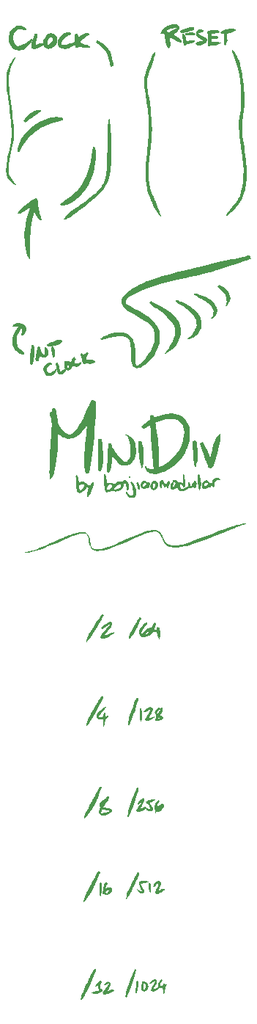
<source format=gbr>
%TF.GenerationSoftware,KiCad,Pcbnew,8.0.5+1*%
%TF.CreationDate,2024-11-27T03:26:51+08:00*%
%TF.ProjectId,MiniDiv v0.3 - Front,4d696e69-4469-4762-9076-302e33202d20,0.3*%
%TF.SameCoordinates,Original*%
%TF.FileFunction,Legend,Top*%
%TF.FilePolarity,Positive*%
%FSLAX46Y46*%
G04 Gerber Fmt 4.6, Leading zero omitted, Abs format (unit mm)*
G04 Created by KiCad (PCBNEW 8.0.5+1) date 2024-11-27 03:26:51*
%MOMM*%
%LPD*%
G01*
G04 APERTURE LIST*
%ADD10C,0.000000*%
G04 APERTURE END LIST*
D10*
%TO.C,G\u002A\u002A\u002A*%
G36*
X61137562Y-98218197D02*
G01*
X61116360Y-98239399D01*
X61095158Y-98218197D01*
X61116360Y-98196995D01*
X61137562Y-98218197D01*
G37*
G36*
X70426495Y-97973330D02*
G01*
X70499379Y-98011282D01*
X70490083Y-98067807D01*
X70448199Y-98109732D01*
X70392508Y-98133901D01*
X70347149Y-98084462D01*
X70343681Y-98078096D01*
X70317452Y-97994480D01*
X70357514Y-97963723D01*
X70426495Y-97973330D01*
G37*
G36*
X61650155Y-83055470D02*
G01*
X61699746Y-83141839D01*
X61745635Y-83296347D01*
X61756443Y-83341195D01*
X61796236Y-83560824D01*
X61812097Y-83765419D01*
X61806911Y-83945797D01*
X61783567Y-84092775D01*
X61744951Y-84197168D01*
X61693949Y-84249793D01*
X61633448Y-84241467D01*
X61566335Y-84163005D01*
X61524442Y-84079252D01*
X61464301Y-83882340D01*
X61421783Y-83618262D01*
X61408347Y-83469593D01*
X61379797Y-83063439D01*
X61495007Y-83034524D01*
X61585648Y-83024084D01*
X61650155Y-83055470D01*
G37*
G36*
X71429496Y-98697083D02*
G01*
X71486853Y-98808157D01*
X71490912Y-98817286D01*
X71579065Y-99069489D01*
X71608019Y-99288099D01*
X71594517Y-99403207D01*
X71545846Y-99490486D01*
X71476328Y-99505382D01*
X71408729Y-99443925D01*
X71404475Y-99436321D01*
X71367711Y-99343325D01*
X71323889Y-99199322D01*
X71281035Y-99035480D01*
X71247177Y-98882968D01*
X71230339Y-98772955D01*
X71229716Y-98757673D01*
X71266766Y-98677471D01*
X71318235Y-98650182D01*
X71378908Y-98649862D01*
X71429496Y-98697083D01*
G37*
G36*
X72738632Y-144891004D02*
G01*
X72816315Y-144909976D01*
X72860479Y-144959908D01*
X72889712Y-145065058D01*
X72895583Y-145095826D01*
X72912196Y-145260318D01*
X72913299Y-145461861D01*
X72900612Y-145668007D01*
X72875855Y-145846308D01*
X72850757Y-145941296D01*
X72826344Y-145995225D01*
X72804107Y-145995656D01*
X72773670Y-145932825D01*
X72738154Y-145835286D01*
X72700482Y-145692020D01*
X72667012Y-145500304D01*
X72643820Y-145296476D01*
X72640561Y-145251438D01*
X72616897Y-144877000D01*
X72738632Y-144891004D01*
G37*
G36*
X67170336Y-144835845D02*
G01*
X67187426Y-144895067D01*
X67198749Y-145020205D01*
X67204491Y-145192575D01*
X67204840Y-145393495D01*
X67199983Y-145604280D01*
X67190108Y-145806249D01*
X67175401Y-145980717D01*
X67157646Y-146101457D01*
X67115269Y-146287605D01*
X67079881Y-146393810D01*
X67049076Y-146424415D01*
X67020447Y-146383762D01*
X67013100Y-146362180D01*
X67001303Y-146287070D01*
X66988643Y-146143873D01*
X66976238Y-145949286D01*
X66965206Y-145720006D01*
X66959227Y-145557990D01*
X66936393Y-144854044D01*
X67036330Y-144827910D01*
X67126177Y-144820233D01*
X67170336Y-144835845D01*
G37*
G36*
X71378850Y-156143094D02*
G01*
X71417218Y-156215207D01*
X71434635Y-156345355D01*
X71432142Y-156541689D01*
X71410782Y-156812356D01*
X71409105Y-156829318D01*
X71378582Y-157069427D01*
X71339432Y-157279693D01*
X71295090Y-157449180D01*
X71248989Y-157566952D01*
X71204564Y-157622073D01*
X71165714Y-157604367D01*
X71141285Y-157513852D01*
X71130832Y-157353250D01*
X71134111Y-157136083D01*
X71150876Y-156875870D01*
X71180884Y-156586133D01*
X71184673Y-156555509D01*
X71211337Y-156357845D01*
X71234664Y-156230109D01*
X71259124Y-156157783D01*
X71289188Y-156126346D01*
X71318486Y-156120868D01*
X71378850Y-156143094D01*
G37*
G36*
X77795798Y-46788864D02*
G01*
X77909505Y-46857184D01*
X78021402Y-46953434D01*
X77928721Y-47037402D01*
X77870357Y-47078125D01*
X77790825Y-47104366D01*
X77670737Y-47119660D01*
X77490705Y-47127542D01*
X77426952Y-47128902D01*
X77242350Y-47130136D01*
X77084944Y-47127224D01*
X76977395Y-47120774D01*
X76948008Y-47116029D01*
X76886800Y-47065369D01*
X76848406Y-46979935D01*
X76847975Y-46900343D01*
X76860237Y-46880736D01*
X76920199Y-46856441D01*
X77040816Y-46828933D01*
X77198220Y-46801968D01*
X77368544Y-46779300D01*
X77527922Y-46764684D01*
X77619755Y-46761255D01*
X77795798Y-46788864D01*
G37*
G36*
X77820336Y-46141483D02*
G01*
X77889233Y-46172066D01*
X77917920Y-46235340D01*
X77921966Y-46331535D01*
X77919703Y-46495511D01*
X77447581Y-46627893D01*
X77109643Y-46719705D01*
X76843075Y-46784655D01*
X76639152Y-46823746D01*
X76489144Y-46837981D01*
X76384325Y-46828365D01*
X76315966Y-46795902D01*
X76285993Y-46761510D01*
X76245045Y-46682788D01*
X76248734Y-46625198D01*
X76307715Y-46569752D01*
X76432643Y-46497457D01*
X76434808Y-46496291D01*
X76638484Y-46400875D01*
X76875036Y-46312626D01*
X77124651Y-46236619D01*
X77367517Y-46177927D01*
X77583820Y-46141624D01*
X77753748Y-46132784D01*
X77820336Y-46141483D01*
G37*
G36*
X71755369Y-124740284D02*
G01*
X71806946Y-124857111D01*
X71846177Y-125041684D01*
X71871355Y-125285708D01*
X71880772Y-125580888D01*
X71880785Y-125611185D01*
X71872777Y-125853933D01*
X71851761Y-126045996D01*
X71820527Y-126181480D01*
X71781867Y-126254490D01*
X71738572Y-126259130D01*
X71693433Y-126189507D01*
X71658790Y-126080054D01*
X71641188Y-125967365D01*
X71626543Y-125792105D01*
X71616198Y-125576495D01*
X71611497Y-125342757D01*
X71611352Y-125295580D01*
X71612043Y-125059899D01*
X71615303Y-124896051D01*
X71622912Y-124791062D01*
X71636650Y-124731960D01*
X71658298Y-124705772D01*
X71689636Y-124699526D01*
X71693154Y-124699499D01*
X71755369Y-124740284D01*
G37*
G36*
X78444614Y-97745309D02*
G01*
X78516185Y-97803210D01*
X78521649Y-97812451D01*
X78589907Y-97989858D01*
X78642556Y-98223921D01*
X78677951Y-98490696D01*
X78694446Y-98766239D01*
X78690398Y-99026607D01*
X78664159Y-99247856D01*
X78628933Y-99373706D01*
X78575543Y-99481347D01*
X78524147Y-99545778D01*
X78505883Y-99553923D01*
X78471636Y-99515839D01*
X78432871Y-99416660D01*
X78402278Y-99296901D01*
X78380654Y-99165251D01*
X78358538Y-98984619D01*
X78337156Y-98771908D01*
X78317735Y-98544027D01*
X78301502Y-98317880D01*
X78289685Y-98110375D01*
X78283508Y-97938416D01*
X78284200Y-97818910D01*
X78291517Y-97770473D01*
X78356828Y-97732044D01*
X78444614Y-97745309D01*
G37*
G36*
X71809044Y-93915803D02*
G01*
X71842123Y-93998492D01*
X71878301Y-94133435D01*
X72012771Y-94791628D01*
X72077615Y-95415136D01*
X72073553Y-96016644D01*
X72014410Y-96532637D01*
X71977133Y-96745312D01*
X71945883Y-96886454D01*
X71916691Y-96968749D01*
X71885586Y-97004880D01*
X71865113Y-97009682D01*
X71826845Y-96990498D01*
X71790299Y-96924762D01*
X71750604Y-96800205D01*
X71702891Y-96604554D01*
X71701011Y-96596243D01*
X71613678Y-96183685D01*
X71549347Y-95811922D01*
X71503925Y-95448842D01*
X71473317Y-95062331D01*
X71455015Y-94666861D01*
X71428612Y-93914190D01*
X71530583Y-93913611D01*
X71653168Y-93902743D01*
X71721960Y-93889033D01*
X71772495Y-93884795D01*
X71809044Y-93915803D01*
G37*
G36*
X60031793Y-55714864D02*
G01*
X60108376Y-55725279D01*
X60159577Y-55741967D01*
X60180647Y-55769409D01*
X60166839Y-55812083D01*
X60113404Y-55874470D01*
X60015596Y-55961049D01*
X59868667Y-56076299D01*
X59667868Y-56224700D01*
X59408452Y-56410732D01*
X59085672Y-56638875D01*
X58955173Y-56730682D01*
X58764536Y-56863816D01*
X58596627Y-56979414D01*
X58464389Y-57068694D01*
X58380764Y-57122876D01*
X58359482Y-57134819D01*
X58301892Y-57119106D01*
X58224182Y-57057094D01*
X58218515Y-57051175D01*
X58123404Y-56949935D01*
X58310310Y-56721294D01*
X58566882Y-56442340D01*
X58848003Y-56197789D01*
X59141032Y-55995033D01*
X59433330Y-55841461D01*
X59712254Y-55744463D01*
X59965166Y-55711429D01*
X60031793Y-55714864D01*
G37*
G36*
X59326834Y-82810673D02*
G01*
X59381726Y-82918176D01*
X59418009Y-83098520D01*
X59437103Y-83355637D01*
X59441004Y-83588814D01*
X59432306Y-83897590D01*
X59407851Y-84199143D01*
X59370242Y-84475950D01*
X59322087Y-84710489D01*
X59265989Y-84885238D01*
X59240581Y-84936769D01*
X59151443Y-85041595D01*
X59056320Y-85079491D01*
X58972847Y-85048024D01*
X58929362Y-84979750D01*
X58904667Y-84878789D01*
X58893382Y-84734964D01*
X58895832Y-84539947D01*
X58912340Y-84285412D01*
X58943232Y-83963033D01*
X58982405Y-83618011D01*
X59016835Y-83338203D01*
X59045339Y-83131289D01*
X59070345Y-82985767D01*
X59094283Y-82890134D01*
X59119583Y-82832890D01*
X59148676Y-82802532D01*
X59155546Y-82798468D01*
X59251914Y-82772081D01*
X59326834Y-82810673D01*
G37*
G36*
X62543351Y-82263265D02*
G01*
X62638924Y-82308540D01*
X62682794Y-82348863D01*
X62681393Y-82392280D01*
X62629739Y-82464714D01*
X62602667Y-82497204D01*
X62498095Y-82592510D01*
X62354819Y-82688812D01*
X62269912Y-82733778D01*
X62080395Y-82809498D01*
X61849409Y-82882584D01*
X61605021Y-82945956D01*
X61375299Y-82992535D01*
X61188307Y-83015240D01*
X61149642Y-83016360D01*
X61029079Y-83009022D01*
X60963778Y-82977681D01*
X60924783Y-82908351D01*
X60924493Y-82907590D01*
X60893718Y-82815384D01*
X60883138Y-82765077D01*
X60920061Y-82731308D01*
X61019610Y-82675456D01*
X61164953Y-82605088D01*
X61339260Y-82527771D01*
X61525699Y-82451070D01*
X61707440Y-82382553D01*
X61816027Y-82345687D01*
X62109655Y-82269085D01*
X62354538Y-82241501D01*
X62543351Y-82263265D01*
G37*
G36*
X80945902Y-75979529D02*
G01*
X81302152Y-76153294D01*
X81594789Y-76364657D01*
X81821178Y-76606555D01*
X81978685Y-76871924D01*
X82064675Y-77153702D01*
X82076514Y-77444825D01*
X82011567Y-77738230D01*
X81867199Y-78026854D01*
X81762691Y-78169266D01*
X81657884Y-78285125D01*
X81580161Y-78346977D01*
X81538492Y-78348576D01*
X81533890Y-78328612D01*
X81551562Y-78278908D01*
X81594907Y-78187468D01*
X81602947Y-78171763D01*
X81646340Y-78022434D01*
X81659607Y-77819964D01*
X81644707Y-77589716D01*
X81603598Y-77357055D01*
X81538238Y-77147343D01*
X81520714Y-77106619D01*
X81405488Y-76913490D01*
X81227339Y-76692065D01*
X80997565Y-76455073D01*
X80735294Y-76221735D01*
X80551557Y-76069143D01*
X80639442Y-75981259D01*
X80727326Y-75893375D01*
X80945902Y-75979529D01*
G37*
G36*
X66906775Y-47758398D02*
G01*
X67301393Y-48002991D01*
X67660518Y-48314277D01*
X67968414Y-48676472D01*
X68200316Y-49055689D01*
X68327154Y-49361396D01*
X68432337Y-49722837D01*
X68508603Y-50112169D01*
X68537561Y-50348634D01*
X68565658Y-50650023D01*
X68429448Y-50677265D01*
X68306460Y-50698862D01*
X68242163Y-50694753D01*
X68212500Y-50657806D01*
X68199574Y-50609098D01*
X68182260Y-50530433D01*
X68151374Y-50389839D01*
X68111508Y-50208229D01*
X68073318Y-50034159D01*
X67977060Y-49655757D01*
X67863757Y-49340438D01*
X67722132Y-49066674D01*
X67540910Y-48812937D01*
X67308813Y-48557700D01*
X67290192Y-48539044D01*
X67124393Y-48376990D01*
X66957092Y-48218912D01*
X66809925Y-48084972D01*
X66720314Y-48008001D01*
X66514919Y-47840251D01*
X66595370Y-47740898D01*
X66675821Y-47641545D01*
X66906775Y-47758398D01*
G37*
G36*
X71454253Y-143607946D02*
G01*
X71533157Y-143660861D01*
X71560815Y-143708550D01*
X71550586Y-143789611D01*
X71505403Y-143934182D01*
X71430572Y-144131126D01*
X71331395Y-144369310D01*
X71213179Y-144637599D01*
X71081226Y-144924857D01*
X70940843Y-145219951D01*
X70797333Y-145511745D01*
X70656002Y-145789104D01*
X70522153Y-146040894D01*
X70401090Y-146255980D01*
X70298120Y-146423228D01*
X70218546Y-146531502D01*
X70213092Y-146537562D01*
X70037361Y-146728380D01*
X70056684Y-146473956D01*
X70080892Y-146319175D01*
X70134159Y-146127993D01*
X70219021Y-145894385D01*
X70338016Y-145612325D01*
X70493682Y-145275788D01*
X70688557Y-144878749D01*
X70917487Y-144430038D01*
X71060770Y-144154292D01*
X71171369Y-143945504D01*
X71254955Y-143794991D01*
X71317195Y-143694071D01*
X71363760Y-143634060D01*
X71400318Y-143606276D01*
X71432538Y-143602037D01*
X71454253Y-143607946D01*
G37*
G36*
X71093173Y-154823048D02*
G01*
X71132683Y-154842200D01*
X71136803Y-154844410D01*
X71224291Y-154891232D01*
X71140621Y-155198621D01*
X71040535Y-155546821D01*
X70924008Y-155919749D01*
X70796409Y-156302683D01*
X70663105Y-156680900D01*
X70529463Y-157039678D01*
X70400852Y-157364292D01*
X70282638Y-157640021D01*
X70180190Y-157852142D01*
X70158945Y-157891235D01*
X70082175Y-158024565D01*
X70034070Y-158092206D01*
X70003641Y-158103436D01*
X69979896Y-158067532D01*
X69972354Y-158048748D01*
X69962172Y-157942095D01*
X69982947Y-157767220D01*
X70031815Y-157533677D01*
X70105908Y-157251014D01*
X70202362Y-156928785D01*
X70318311Y-156576539D01*
X70450889Y-156203828D01*
X70597230Y-155820203D01*
X70754470Y-155435215D01*
X70761440Y-155418755D01*
X70861282Y-155183948D01*
X70934427Y-155016930D01*
X70987532Y-154907517D01*
X71027254Y-154845522D01*
X71060248Y-154820761D01*
X71093173Y-154823048D01*
G37*
G36*
X71643635Y-114217820D02*
G01*
X71675715Y-114233765D01*
X71677218Y-114234455D01*
X71754252Y-114285315D01*
X71780968Y-114329212D01*
X71763563Y-114396962D01*
X71715905Y-114525081D01*
X71644829Y-114697671D01*
X71557170Y-114898832D01*
X71459762Y-115112666D01*
X71359442Y-115323273D01*
X71315036Y-115413021D01*
X71118074Y-115779813D01*
X70917794Y-116104384D01*
X70723886Y-116371771D01*
X70606505Y-116507135D01*
X70488940Y-116622081D01*
X70408439Y-116676236D01*
X70351540Y-116676925D01*
X70327295Y-116659070D01*
X70323788Y-116598695D01*
X70361887Y-116471964D01*
X70438885Y-116284832D01*
X70552073Y-116043253D01*
X70698745Y-115753181D01*
X70876191Y-115420570D01*
X70958910Y-115270223D01*
X71132368Y-114957329D01*
X71269392Y-114710858D01*
X71375163Y-114523340D01*
X71454862Y-114387302D01*
X71513671Y-114295273D01*
X71556772Y-114239782D01*
X71589345Y-114213357D01*
X71616572Y-114208527D01*
X71643635Y-114217820D01*
G37*
G36*
X78091238Y-93872862D02*
G01*
X78138177Y-93944478D01*
X78182603Y-94083396D01*
X78184268Y-94089391D01*
X78259805Y-94432096D01*
X78312525Y-94818348D01*
X78341143Y-95221951D01*
X78344372Y-95616709D01*
X78320928Y-95976427D01*
X78287588Y-96195193D01*
X78237499Y-96399551D01*
X78174785Y-96591770D01*
X78106953Y-96753725D01*
X78041513Y-96867292D01*
X77990031Y-96913411D01*
X77963579Y-96879590D01*
X77931000Y-96771342D01*
X77894871Y-96598600D01*
X77869512Y-96448871D01*
X77851066Y-96304333D01*
X77831631Y-96105201D01*
X77811897Y-95864269D01*
X77792554Y-95594331D01*
X77774293Y-95308181D01*
X77757806Y-95018614D01*
X77743782Y-94738423D01*
X77732912Y-94480402D01*
X77725886Y-94257346D01*
X77723396Y-94082049D01*
X77726131Y-93967305D01*
X77733367Y-93926621D01*
X77783913Y-93905360D01*
X77884506Y-93877426D01*
X77914518Y-93870394D01*
X78022961Y-93853262D01*
X78091238Y-93872862D01*
G37*
G36*
X66443838Y-154787411D02*
G01*
X66497307Y-154819112D01*
X66526041Y-154846250D01*
X66538389Y-154884322D01*
X66531388Y-154947152D01*
X66502076Y-155048563D01*
X66447491Y-155202380D01*
X66372365Y-155402167D01*
X66209153Y-155819114D01*
X66037110Y-156235173D01*
X65862307Y-156637075D01*
X65690818Y-157011549D01*
X65528718Y-157345326D01*
X65382078Y-157625135D01*
X65259311Y-157834068D01*
X65110471Y-158053243D01*
X64985240Y-158210923D01*
X64887203Y-158303988D01*
X64819945Y-158329315D01*
X64787051Y-158283783D01*
X64784307Y-158247706D01*
X64803425Y-158134043D01*
X64858729Y-157952546D01*
X64947145Y-157710556D01*
X65065600Y-157415413D01*
X65211021Y-157074458D01*
X65380333Y-156695030D01*
X65570463Y-156284469D01*
X65778337Y-155850116D01*
X65848038Y-155707429D01*
X65977610Y-155447840D01*
X66097654Y-155215570D01*
X66202502Y-155020935D01*
X66286485Y-154874250D01*
X66343934Y-154785829D01*
X66366520Y-154763940D01*
X66443838Y-154787411D01*
G37*
G36*
X71386162Y-123528539D02*
G01*
X71418935Y-123552004D01*
X71425857Y-123623845D01*
X71406729Y-123765240D01*
X71364067Y-123965888D01*
X71300388Y-124215491D01*
X71218207Y-124503749D01*
X71120040Y-124820363D01*
X71076437Y-124953923D01*
X70992181Y-125194159D01*
X70894127Y-125450745D01*
X70787767Y-125711629D01*
X70678590Y-125964760D01*
X70572089Y-126198089D01*
X70473755Y-126399564D01*
X70389080Y-126557136D01*
X70323554Y-126658753D01*
X70284192Y-126692487D01*
X70264006Y-126652541D01*
X70260122Y-126539586D01*
X70268875Y-126406260D01*
X70290309Y-126238297D01*
X70326313Y-126053419D01*
X70379883Y-125841679D01*
X70454014Y-125593130D01*
X70551702Y-125297825D01*
X70675943Y-124945819D01*
X70829733Y-124527165D01*
X70856156Y-124456342D01*
X70969228Y-124155780D01*
X71057992Y-123925847D01*
X71126787Y-123757352D01*
X71179951Y-123641100D01*
X71221824Y-123567899D01*
X71256743Y-123528556D01*
X71289047Y-123513876D01*
X71301421Y-123512853D01*
X71386162Y-123528539D01*
G37*
G36*
X67149261Y-133796471D02*
G01*
X67184110Y-133832634D01*
X67183182Y-133913803D01*
X67148666Y-134058746D01*
X67085097Y-134255482D01*
X66997010Y-134492028D01*
X66888940Y-134756404D01*
X66765423Y-135036628D01*
X66630994Y-135320717D01*
X66588213Y-135406903D01*
X66336246Y-135886162D01*
X66091604Y-136302518D01*
X65841807Y-136675531D01*
X65574376Y-137024762D01*
X65494811Y-137120740D01*
X65336025Y-137301959D01*
X65222612Y-137414304D01*
X65152689Y-137459323D01*
X65124375Y-137438564D01*
X65123539Y-137426270D01*
X65142825Y-137353845D01*
X65197207Y-137217501D01*
X65281473Y-137027937D01*
X65390411Y-136795851D01*
X65518810Y-136531941D01*
X65661456Y-136246904D01*
X65813138Y-135951440D01*
X65968643Y-135656246D01*
X66122760Y-135372019D01*
X66136536Y-135347068D01*
X66288050Y-135071540D01*
X66435611Y-134800361D01*
X66570990Y-134548869D01*
X66685956Y-134332403D01*
X66772278Y-134166303D01*
X66804263Y-134102587D01*
X66889281Y-133937606D01*
X66953542Y-133837198D01*
X67008122Y-133787327D01*
X67063551Y-133773956D01*
X67149261Y-133796471D01*
G37*
G36*
X71423126Y-133916090D02*
G01*
X71462458Y-133969209D01*
X71464560Y-134073058D01*
X71431886Y-134240169D01*
X71419894Y-134288154D01*
X71371156Y-134463210D01*
X71300027Y-134698993D01*
X71212749Y-134976400D01*
X71115563Y-135276330D01*
X71014711Y-135579681D01*
X70916433Y-135867350D01*
X70826971Y-136120236D01*
X70777381Y-136254591D01*
X70696951Y-136455815D01*
X70605557Y-136665756D01*
X70510460Y-136869832D01*
X70418922Y-137053462D01*
X70338205Y-137202065D01*
X70275570Y-137301060D01*
X70238898Y-137335893D01*
X70224422Y-137296797D01*
X70217297Y-137192249D01*
X70218406Y-137041356D01*
X70221750Y-136964858D01*
X70238403Y-136785439D01*
X70271316Y-136590957D01*
X70323360Y-136372097D01*
X70397407Y-136119540D01*
X70496331Y-135823971D01*
X70623002Y-135476071D01*
X70780294Y-135066524D01*
X70901509Y-134759849D01*
X71015061Y-134476817D01*
X71103093Y-134263299D01*
X71170566Y-134109671D01*
X71222443Y-134006307D01*
X71263683Y-133943580D01*
X71299249Y-133911866D01*
X71334103Y-133901539D01*
X71344110Y-133901168D01*
X71423126Y-133916090D01*
G37*
G36*
X67128523Y-93661941D02*
G01*
X67194654Y-93667423D01*
X67202183Y-93670367D01*
X67209448Y-93713960D01*
X67228120Y-93821273D01*
X67254748Y-93972533D01*
X67266940Y-94041402D01*
X67295952Y-94255969D01*
X67320433Y-94535753D01*
X67339878Y-94861258D01*
X67353786Y-95212988D01*
X67361654Y-95571447D01*
X67362980Y-95917141D01*
X67357261Y-96230572D01*
X67343995Y-96492247D01*
X67333112Y-96608653D01*
X67286757Y-96900505D01*
X67224306Y-97133568D01*
X67148755Y-97302126D01*
X67063099Y-97400465D01*
X66970336Y-97422867D01*
X66917761Y-97401003D01*
X66881742Y-97369228D01*
X66852343Y-97319753D01*
X66828914Y-97244512D01*
X66810807Y-97135438D01*
X66797371Y-96984465D01*
X66787958Y-96783527D01*
X66781918Y-96524558D01*
X66778602Y-96199491D01*
X66777361Y-95800261D01*
X66777295Y-95656214D01*
X66778079Y-95297872D01*
X66780304Y-94955576D01*
X66783782Y-94641354D01*
X66788324Y-94367232D01*
X66793740Y-94145237D01*
X66799844Y-93987398D01*
X66804538Y-93920410D01*
X66831781Y-93659766D01*
X67016558Y-93659766D01*
X67128523Y-93661941D01*
G37*
G36*
X67333734Y-113888284D02*
G01*
X67343168Y-113892880D01*
X67419213Y-113934208D01*
X67449455Y-113953056D01*
X67441433Y-113999250D01*
X67392943Y-114108576D01*
X67308829Y-114272480D01*
X67193939Y-114482407D01*
X67053119Y-114729804D01*
X66891216Y-115006115D01*
X66713076Y-115302788D01*
X66523547Y-115611268D01*
X66382008Y-115837061D01*
X66232998Y-116064977D01*
X66076700Y-116290608D01*
X65920286Y-116505067D01*
X65770929Y-116699465D01*
X65635801Y-116864914D01*
X65522074Y-116992526D01*
X65436920Y-117073411D01*
X65387513Y-117098681D01*
X65377963Y-117081349D01*
X65395433Y-116993249D01*
X65442625Y-116849307D01*
X65511713Y-116669728D01*
X65594871Y-116474713D01*
X65684273Y-116284464D01*
X65694918Y-116263175D01*
X65806053Y-116051572D01*
X65933637Y-115827146D01*
X66084466Y-115579047D01*
X66265332Y-115296421D01*
X66483030Y-114968416D01*
X66744355Y-114584182D01*
X66764388Y-114554999D01*
X66929821Y-114315187D01*
X67055123Y-114137404D01*
X67147553Y-114013346D01*
X67214371Y-113934708D01*
X67262834Y-113893188D01*
X67300203Y-113880482D01*
X67333734Y-113888284D01*
G37*
G36*
X73510104Y-98528529D02*
G01*
X73636967Y-98622321D01*
X73717879Y-98759707D01*
X73750055Y-98925194D01*
X73730711Y-99103290D01*
X73657061Y-99278505D01*
X73526321Y-99435346D01*
X73511612Y-99448071D01*
X73359350Y-99533696D01*
X73193729Y-99559974D01*
X73040113Y-99527160D01*
X72928954Y-99442194D01*
X72866150Y-99306370D01*
X72853354Y-99212653D01*
X73109549Y-99212653D01*
X73116587Y-99256756D01*
X73155992Y-99328904D01*
X73209837Y-99325314D01*
X73285867Y-99244561D01*
X73301806Y-99222705D01*
X73398357Y-99047326D01*
X73420017Y-98899944D01*
X73369572Y-98788942D01*
X73295298Y-98726144D01*
X73244082Y-98705843D01*
X73207448Y-98743693D01*
X73169575Y-98839666D01*
X73136567Y-98967395D01*
X73114524Y-99100513D01*
X73109549Y-99212653D01*
X72853354Y-99212653D01*
X72842222Y-99131121D01*
X72858828Y-98953230D01*
X72901598Y-98835191D01*
X72938322Y-98743733D01*
X72941661Y-98685814D01*
X72960442Y-98630887D01*
X73039627Y-98573619D01*
X73155906Y-98525241D01*
X73285969Y-98496987D01*
X73340076Y-98493823D01*
X73510104Y-98528529D01*
G37*
G36*
X73857355Y-135320004D02*
G01*
X73876650Y-135366762D01*
X73865777Y-135439242D01*
X73820064Y-135554404D01*
X73756537Y-135686136D01*
X73684378Y-135841488D01*
X73631048Y-135977517D01*
X73606187Y-136069087D01*
X73605481Y-136080071D01*
X73612160Y-136128587D01*
X73639473Y-136122495D01*
X73701156Y-136056020D01*
X73722092Y-136031051D01*
X73877850Y-135875704D01*
X74036665Y-135772413D01*
X74185472Y-135725102D01*
X74311207Y-135737696D01*
X74400804Y-135814121D01*
X74407180Y-135825250D01*
X74435359Y-135901055D01*
X74427847Y-135982614D01*
X74381217Y-136102735D01*
X74377285Y-136111477D01*
X74274893Y-136281462D01*
X74135652Y-136436893D01*
X73977073Y-136564910D01*
X73816670Y-136652648D01*
X73671957Y-136687247D01*
X73604832Y-136678787D01*
X73515115Y-136692015D01*
X73454955Y-136751124D01*
X73383168Y-136848247D01*
X73409846Y-136731270D01*
X73405584Y-136583564D01*
X73366845Y-136479549D01*
X73314874Y-136294148D01*
X73321454Y-136069024D01*
X73382592Y-135821727D01*
X73494294Y-135569809D01*
X73617921Y-135376008D01*
X73708630Y-135281075D01*
X73787106Y-135265651D01*
X73857355Y-135320004D01*
G37*
G36*
X76734100Y-46926601D02*
G01*
X76805647Y-47027918D01*
X76875936Y-47173149D01*
X76935886Y-47342699D01*
X76976416Y-47516974D01*
X76982976Y-47563338D01*
X77001979Y-47685078D01*
X77022942Y-47762913D01*
X77034370Y-47778172D01*
X77086631Y-47766539D01*
X77191831Y-47737304D01*
X77268425Y-47714566D01*
X77419494Y-47680430D01*
X77589391Y-47659652D01*
X77754874Y-47652810D01*
X77892700Y-47660483D01*
X77979626Y-47683248D01*
X77994807Y-47696495D01*
X77995708Y-47768352D01*
X77928062Y-47849072D01*
X77806447Y-47930706D01*
X77645440Y-48005306D01*
X77459620Y-48064926D01*
X77263565Y-48101617D01*
X77248737Y-48103235D01*
X77069321Y-48131126D01*
X76960250Y-48172560D01*
X76920049Y-48209458D01*
X76849803Y-48277244D01*
X76787370Y-48266634D01*
X76728961Y-48175250D01*
X76689329Y-48064858D01*
X76652888Y-47924544D01*
X76611446Y-47731392D01*
X76571436Y-47516600D01*
X76552399Y-47400717D01*
X76521651Y-47186547D01*
X76510205Y-47042045D01*
X76521190Y-46953629D01*
X76557736Y-46907716D01*
X76622975Y-46890723D01*
X76670376Y-46888796D01*
X76734100Y-46926601D01*
G37*
G36*
X66927961Y-143511975D02*
G01*
X67001089Y-143555670D01*
X67031719Y-143598276D01*
X67014272Y-143679552D01*
X66965592Y-143823990D01*
X66891175Y-144018311D01*
X66796516Y-144249234D01*
X66687110Y-144503479D01*
X66568453Y-144767766D01*
X66446038Y-145028815D01*
X66403289Y-145117028D01*
X66195478Y-145529674D01*
X66005009Y-145879747D01*
X65821274Y-146184747D01*
X65633664Y-146462171D01*
X65431571Y-146729516D01*
X65407101Y-146760183D01*
X65257100Y-146942879D01*
X65150711Y-147061218D01*
X65082519Y-147120045D01*
X65047107Y-147124205D01*
X65038731Y-147089667D01*
X65055723Y-147020086D01*
X65102462Y-146888840D01*
X65172591Y-146711002D01*
X65259756Y-146501646D01*
X65357599Y-146275844D01*
X65459766Y-146048673D01*
X65559899Y-145835204D01*
X65615774Y-145721143D01*
X65677737Y-145599594D01*
X65767499Y-145426757D01*
X65878742Y-145214504D01*
X66005147Y-144974710D01*
X66140396Y-144719250D01*
X66278173Y-144459999D01*
X66412157Y-144208830D01*
X66536032Y-143977618D01*
X66643480Y-143778237D01*
X66728182Y-143622562D01*
X66783821Y-143522468D01*
X66801292Y-143493011D01*
X66849091Y-143485484D01*
X66927961Y-143511975D01*
G37*
G36*
X70742590Y-98658925D02*
G01*
X70843216Y-98769437D01*
X70945467Y-98921730D01*
X71040882Y-99102933D01*
X71120999Y-99300175D01*
X71177358Y-99500586D01*
X71183797Y-99533120D01*
X71208824Y-99823285D01*
X71170732Y-100070152D01*
X71071486Y-100267229D01*
X70920228Y-100403720D01*
X70730266Y-100473976D01*
X70528603Y-100471633D01*
X70441783Y-100445728D01*
X70347282Y-100384517D01*
X70247354Y-100283006D01*
X70150634Y-100156474D01*
X70065758Y-100020200D01*
X70001359Y-99889462D01*
X69966072Y-99779540D01*
X69968533Y-99705712D01*
X70010601Y-99682768D01*
X70066070Y-99716779D01*
X70135098Y-99798586D01*
X70148414Y-99818750D01*
X70247918Y-99938576D01*
X70381574Y-100052350D01*
X70522855Y-100141224D01*
X70645232Y-100186348D01*
X70668913Y-100188574D01*
X70759450Y-100152805D01*
X70817892Y-100050086D01*
X70844231Y-99891971D01*
X70838458Y-99690014D01*
X70800565Y-99455769D01*
X70730545Y-99200790D01*
X70669718Y-99034174D01*
X70600569Y-98855751D01*
X70563034Y-98738718D01*
X70553726Y-98667218D01*
X70569254Y-98625393D01*
X70580056Y-98614726D01*
X70652050Y-98603064D01*
X70742590Y-98658925D01*
G37*
G36*
X82528236Y-46363572D02*
G01*
X82655316Y-46397656D01*
X82726686Y-46447494D01*
X82730311Y-46511623D01*
X82713787Y-46536646D01*
X82609539Y-46620381D01*
X82444786Y-46705587D01*
X82243070Y-46782383D01*
X82027932Y-46840887D01*
X81955623Y-46854904D01*
X81653031Y-46906793D01*
X81679494Y-47056485D01*
X81697491Y-47179310D01*
X81717399Y-47346509D01*
X81731912Y-47490355D01*
X81742242Y-47657588D01*
X81731717Y-47780849D01*
X81693529Y-47899802D01*
X81642759Y-48009804D01*
X81574081Y-48133411D01*
X81511056Y-48218620D01*
X81473019Y-48245075D01*
X81433219Y-48205721D01*
X81392739Y-48099098D01*
X81370128Y-48004781D01*
X81348407Y-47851719D01*
X81331759Y-47648914D01*
X81322755Y-47431392D01*
X81321870Y-47347518D01*
X81321870Y-46930551D01*
X81180028Y-46930551D01*
X81064802Y-46907961D01*
X80969173Y-46852059D01*
X80914922Y-46780643D01*
X80919549Y-46717693D01*
X80989436Y-46660973D01*
X81127578Y-46594185D01*
X81318925Y-46523161D01*
X81548427Y-46453730D01*
X81703506Y-46413986D01*
X81933081Y-46370447D01*
X82155084Y-46348506D01*
X82357481Y-46346702D01*
X82528236Y-46363572D01*
G37*
G36*
X62281837Y-56542065D02*
G01*
X62521098Y-56615922D01*
X62684540Y-56702180D01*
X62767789Y-56772440D01*
X62773366Y-56829428D01*
X62743746Y-56856408D01*
X62671870Y-56887375D01*
X62527106Y-56938118D01*
X62318312Y-57005831D01*
X62054348Y-57087709D01*
X61744073Y-57180945D01*
X61413189Y-57277859D01*
X60763343Y-57505916D01*
X60152410Y-57800775D01*
X59589496Y-58157185D01*
X59083706Y-58569899D01*
X58951583Y-58696804D01*
X58656314Y-59014077D01*
X58398562Y-59344629D01*
X58161526Y-59712120D01*
X57932362Y-60132436D01*
X57838074Y-60314128D01*
X57769630Y-60432614D01*
X57716295Y-60501202D01*
X57667336Y-60533201D01*
X57612017Y-60541919D01*
X57601981Y-60542043D01*
X57479921Y-60542237D01*
X57499857Y-60213606D01*
X57559459Y-59851383D01*
X57691573Y-59468572D01*
X57889599Y-59075143D01*
X58146941Y-58681070D01*
X58456999Y-58296325D01*
X58813175Y-57930881D01*
X59208871Y-57594709D01*
X59256857Y-57558191D01*
X59634252Y-57299855D01*
X60033338Y-57072837D01*
X60443374Y-56880239D01*
X60853618Y-56725161D01*
X61253328Y-56610704D01*
X61631762Y-56539968D01*
X61978179Y-56516055D01*
X62281837Y-56542065D01*
G37*
G36*
X67291814Y-123323473D02*
G01*
X67347798Y-123357102D01*
X67374588Y-123382373D01*
X67385695Y-123417314D01*
X67377230Y-123473740D01*
X67345303Y-123563468D01*
X67286025Y-123698314D01*
X67195504Y-123890093D01*
X67122270Y-124042183D01*
X66973695Y-124343203D01*
X66810235Y-124663146D01*
X66641247Y-124984577D01*
X66476088Y-125290058D01*
X66324115Y-125562153D01*
X66194683Y-125783427D01*
X66143414Y-125866304D01*
X66070145Y-125976795D01*
X65971997Y-126118263D01*
X65859987Y-126275632D01*
X65745133Y-126433826D01*
X65638450Y-126577769D01*
X65550955Y-126692386D01*
X65493667Y-126762599D01*
X65477698Y-126777295D01*
X65449130Y-126744501D01*
X65438555Y-126721126D01*
X65439908Y-126642450D01*
X65473416Y-126502206D01*
X65533676Y-126314862D01*
X65615283Y-126094886D01*
X65712831Y-125856745D01*
X65820917Y-125614908D01*
X65934136Y-125383844D01*
X65948212Y-125356761D01*
X66098878Y-125075324D01*
X66260097Y-124785416D01*
X66425989Y-124496556D01*
X66590675Y-124218261D01*
X66748278Y-123960047D01*
X66892917Y-123731434D01*
X67018715Y-123541938D01*
X67119792Y-123401077D01*
X67190270Y-123318369D01*
X67218516Y-123300167D01*
X67291814Y-123323473D01*
G37*
G36*
X61314943Y-84864788D02*
G01*
X61365311Y-84880055D01*
X61446182Y-84917523D01*
X61458463Y-84959017D01*
X61423409Y-85020682D01*
X61347003Y-85098578D01*
X61280910Y-85130911D01*
X61143025Y-85190406D01*
X61006030Y-85301133D01*
X60903130Y-85435914D01*
X60899217Y-85443295D01*
X60856908Y-85593700D01*
X60867430Y-85753026D01*
X60921798Y-85899512D01*
X61011030Y-86011399D01*
X61126141Y-86066924D01*
X61157725Y-86069449D01*
X61251647Y-86043349D01*
X61384502Y-85975558D01*
X61532838Y-85881837D01*
X61673204Y-85777946D01*
X61782151Y-85679648D01*
X61829872Y-85617692D01*
X61881442Y-85549328D01*
X61918150Y-85556170D01*
X61934325Y-85629115D01*
X61924296Y-85759058D01*
X61922964Y-85767129D01*
X61850669Y-85995699D01*
X61715948Y-86170979D01*
X61510987Y-86303087D01*
X61507814Y-86304571D01*
X61287570Y-86384920D01*
X61097308Y-86400839D01*
X60913857Y-86353980D01*
X60899663Y-86347953D01*
X60710104Y-86222590D01*
X60572570Y-86044711D01*
X60491752Y-85832165D01*
X60472337Y-85602803D01*
X60519015Y-85374474D01*
X60601481Y-85212764D01*
X60752742Y-85043086D01*
X60935247Y-84922792D01*
X61129234Y-84860490D01*
X61314943Y-84864788D01*
G37*
G36*
X65621849Y-83704044D02*
G01*
X65631466Y-83714916D01*
X65651267Y-83761729D01*
X65638896Y-83831705D01*
X65589002Y-83942425D01*
X65527864Y-84055414D01*
X65453532Y-84203526D01*
X65402670Y-84334512D01*
X65385288Y-84422155D01*
X65385781Y-84427560D01*
X65397113Y-84470825D01*
X65427003Y-84499043D01*
X65491516Y-84516178D01*
X65606716Y-84526196D01*
X65788668Y-84533063D01*
X65816512Y-84533886D01*
X66073875Y-84552428D01*
X66266620Y-84589503D01*
X66390604Y-84642536D01*
X66441682Y-84708952D01*
X66415710Y-84786173D01*
X66334154Y-84855658D01*
X66095220Y-84962737D01*
X65823754Y-84997032D01*
X65613204Y-84974624D01*
X65473419Y-84949506D01*
X65390174Y-84947054D01*
X65337541Y-84970165D01*
X65299495Y-85009669D01*
X65233263Y-85061656D01*
X65187145Y-85062110D01*
X65091924Y-84967447D01*
X65011683Y-84829835D01*
X64938888Y-84633894D01*
X64887544Y-84450754D01*
X64826478Y-84195968D01*
X64793593Y-84010372D01*
X64788717Y-83883226D01*
X64811678Y-83803792D01*
X64862305Y-83761331D01*
X64876458Y-83756100D01*
X64959395Y-83753953D01*
X65034037Y-83817457D01*
X65048716Y-83836822D01*
X65128823Y-83946791D01*
X65276008Y-83799606D01*
X65414805Y-83688013D01*
X65529290Y-83656348D01*
X65621849Y-83704044D01*
G37*
G36*
X72320285Y-98494732D02*
G01*
X72408355Y-98567176D01*
X72495094Y-98639313D01*
X72564991Y-98671710D01*
X72575564Y-98671438D01*
X72679703Y-98686349D01*
X72764703Y-98758405D01*
X72798664Y-98857949D01*
X72780616Y-98947086D01*
X72735561Y-99062791D01*
X72677131Y-99178045D01*
X72618960Y-99265828D01*
X72576043Y-99299172D01*
X72547684Y-99265071D01*
X72544240Y-99236827D01*
X72524418Y-99211991D01*
X72458203Y-99234162D01*
X72345120Y-99300433D01*
X72199984Y-99384418D01*
X72093223Y-99419349D01*
X71997437Y-99409706D01*
X71908180Y-99371840D01*
X71779842Y-99265727D01*
X71716107Y-99120384D01*
X71716299Y-99084335D01*
X71970509Y-99084335D01*
X71978723Y-99153871D01*
X72007229Y-99186616D01*
X72062190Y-99164442D01*
X72105908Y-99132023D01*
X72213402Y-99033602D01*
X72292021Y-98945893D01*
X72345751Y-98869363D01*
X72346241Y-98815857D01*
X72293809Y-98742648D01*
X72293548Y-98742325D01*
X72233310Y-98675896D01*
X72188230Y-98671944D01*
X72124483Y-98723169D01*
X72050652Y-98823102D01*
X71995196Y-98955700D01*
X71970509Y-99084335D01*
X71716299Y-99084335D01*
X71717005Y-98951562D01*
X71782567Y-98775009D01*
X71906709Y-98612529D01*
X72056542Y-98492894D01*
X72191470Y-98453893D01*
X72320285Y-98494732D01*
G37*
G36*
X67126047Y-156161477D02*
G01*
X67138901Y-156180311D01*
X67178271Y-156252787D01*
X67179903Y-156318146D01*
X67141952Y-156412112D01*
X67125164Y-156446054D01*
X67036968Y-156655872D01*
X67010807Y-156821297D01*
X67048066Y-156957215D01*
X67150131Y-157078514D01*
X67186868Y-157109033D01*
X67270842Y-157210288D01*
X67276530Y-157313683D01*
X67210138Y-157414079D01*
X67077875Y-157506335D01*
X66885950Y-157585313D01*
X66640569Y-157645873D01*
X66514397Y-157665743D01*
X66307520Y-157662257D01*
X66194240Y-157628303D01*
X66095821Y-157574467D01*
X66063855Y-157527347D01*
X66102385Y-157483786D01*
X66215454Y-157440628D01*
X66407107Y-157394718D01*
X66522871Y-157371786D01*
X66671167Y-157340699D01*
X66825196Y-157304357D01*
X66830351Y-157303047D01*
X66989417Y-157262480D01*
X66893957Y-157133363D01*
X66823270Y-156995352D01*
X66798803Y-156820324D01*
X66798497Y-156792676D01*
X66798497Y-156581105D01*
X66669551Y-156734694D01*
X66568662Y-156835483D01*
X66491330Y-156865397D01*
X66468132Y-156860473D01*
X66406963Y-156826174D01*
X66395659Y-156809399D01*
X66423320Y-156748734D01*
X66496162Y-156646008D01*
X66598971Y-156518699D01*
X66716535Y-156384287D01*
X66833642Y-156260249D01*
X66935077Y-156164066D01*
X66998469Y-156116794D01*
X67064628Y-156105138D01*
X67126047Y-156161477D01*
G37*
G36*
X72150409Y-156266051D02*
G01*
X72302610Y-156305487D01*
X72393262Y-156348510D01*
X72469813Y-156428238D01*
X72543012Y-156550474D01*
X72564603Y-156600416D01*
X72606197Y-156821069D01*
X72568104Y-157037571D01*
X72454295Y-157231856D01*
X72416851Y-157272476D01*
X72285430Y-157360399D01*
X72137320Y-157394743D01*
X72000841Y-157372285D01*
X71933546Y-157327488D01*
X71879028Y-157244955D01*
X71827310Y-157123976D01*
X71818332Y-157096059D01*
X71797348Y-156962970D01*
X71800093Y-156807669D01*
X71809997Y-156738649D01*
X72043648Y-156738649D01*
X72045241Y-156927087D01*
X72064294Y-157082180D01*
X72097399Y-157186675D01*
X72139436Y-157223372D01*
X72169711Y-157191008D01*
X72225167Y-157110370D01*
X72243954Y-157080554D01*
X72316283Y-156901031D01*
X72318617Y-156726014D01*
X72254458Y-156574190D01*
X72128627Y-156464946D01*
X72091283Y-156453941D01*
X72068049Y-156479712D01*
X72054257Y-156557300D01*
X72045235Y-156701745D01*
X72043648Y-156738649D01*
X71809997Y-156738649D01*
X71822298Y-156652931D01*
X71859694Y-156521532D01*
X71908010Y-156436250D01*
X71945777Y-156416193D01*
X71971747Y-156401814D01*
X71917821Y-156361108D01*
X71908180Y-156355654D01*
X71839241Y-156311542D01*
X71840567Y-156284873D01*
X71878398Y-156267036D01*
X71995901Y-156251160D01*
X72150409Y-156266051D01*
G37*
G36*
X78102911Y-76884835D02*
G01*
X78193721Y-76904161D01*
X78380581Y-76957002D01*
X78616985Y-77039515D01*
X78877696Y-77141368D01*
X79137480Y-77252229D01*
X79371098Y-77361766D01*
X79553316Y-77459648D01*
X79559214Y-77463196D01*
X79897938Y-77698250D01*
X80162203Y-77951277D01*
X80361993Y-78232405D01*
X80414152Y-78330385D01*
X80492536Y-78496542D01*
X80537046Y-78620442D01*
X80555120Y-78733894D01*
X80554197Y-78868707D01*
X80551385Y-78917181D01*
X80501897Y-79183136D01*
X80385839Y-79405950D01*
X80196149Y-79597356D01*
X80100544Y-79666118D01*
X79975185Y-79746401D01*
X79899568Y-79784450D01*
X79854441Y-79787349D01*
X79825497Y-79767289D01*
X79835862Y-79724326D01*
X79893440Y-79648221D01*
X79922931Y-79617122D01*
X80047814Y-79436159D01*
X80118805Y-79210389D01*
X80133560Y-78962349D01*
X80089734Y-78714577D01*
X80031842Y-78570440D01*
X79903546Y-78375884D01*
X79710885Y-78174779D01*
X79449845Y-77964042D01*
X79116414Y-77740593D01*
X78706580Y-77501347D01*
X78482990Y-77380757D01*
X78282466Y-77274007D01*
X78108585Y-77179607D01*
X77975231Y-77105236D01*
X77896288Y-77058574D01*
X77881588Y-77048065D01*
X77879384Y-76994060D01*
X77910349Y-76935048D01*
X77953123Y-76889564D01*
X78008525Y-76873784D01*
X78102911Y-76884835D01*
G37*
G36*
X66376558Y-59996244D02*
G01*
X66422192Y-60021064D01*
X66455222Y-60079005D01*
X66481014Y-60183628D01*
X66504936Y-60348492D01*
X66525914Y-60529105D01*
X66546899Y-60915062D01*
X66532589Y-61357965D01*
X66484502Y-61838361D01*
X66404154Y-62336795D01*
X66372755Y-62492774D01*
X66194654Y-63185832D01*
X65964810Y-63816143D01*
X65679547Y-64390831D01*
X65335189Y-64917021D01*
X64928057Y-65401839D01*
X64807237Y-65526225D01*
X64386472Y-65916631D01*
X63983598Y-66227893D01*
X63594436Y-66462752D01*
X63214807Y-66623952D01*
X63066847Y-66667859D01*
X62898313Y-66707608D01*
X62769260Y-66723397D01*
X62638639Y-66717853D01*
X62523746Y-66702604D01*
X62442547Y-66680493D01*
X62408089Y-66642075D01*
X62424432Y-66582681D01*
X62495640Y-66497642D01*
X62625776Y-66382289D01*
X62818901Y-66231952D01*
X63079079Y-66041963D01*
X63130551Y-66005185D01*
X63567134Y-65684625D01*
X63936838Y-65390741D01*
X64249177Y-65113386D01*
X64513668Y-64842411D01*
X64739827Y-64567668D01*
X64937170Y-64279009D01*
X65115212Y-63966286D01*
X65199420Y-63798862D01*
X65396060Y-63345349D01*
X65582420Y-62821435D01*
X65754502Y-62241296D01*
X65908310Y-61619105D01*
X66039847Y-60969036D01*
X66102737Y-60595242D01*
X66196917Y-59990985D01*
X66312953Y-59990985D01*
X66376558Y-59996244D01*
G37*
G36*
X74265281Y-98416463D02*
G01*
X74289629Y-98435792D01*
X74358045Y-98520785D01*
X74433462Y-98648460D01*
X74469129Y-98722494D01*
X74560412Y-98929964D01*
X74707835Y-98701292D01*
X74828344Y-98543805D01*
X74934735Y-98465179D01*
X75024463Y-98466504D01*
X75089493Y-98538118D01*
X75117049Y-98645696D01*
X75113061Y-98763313D01*
X75081844Y-98863215D01*
X75026404Y-98989237D01*
X74957854Y-99121635D01*
X74887306Y-99240665D01*
X74825873Y-99326586D01*
X74784668Y-99359653D01*
X74778744Y-99357264D01*
X74756153Y-99296121D01*
X74749249Y-99220345D01*
X74741099Y-99149428D01*
X74710735Y-99152403D01*
X74698364Y-99163806D01*
X74620084Y-99201991D01*
X74529837Y-99214691D01*
X74448961Y-99196893D01*
X74378359Y-99135286D01*
X74308873Y-99017548D01*
X74231349Y-98831359D01*
X74217676Y-98794635D01*
X74190277Y-98724322D01*
X74173465Y-98702373D01*
X74164418Y-98738217D01*
X74160316Y-98841279D01*
X74158580Y-98992070D01*
X74154337Y-99168448D01*
X74143299Y-99275368D01*
X74122467Y-99328095D01*
X74089823Y-99341903D01*
X74022639Y-99303149D01*
X73967129Y-99200696D01*
X73926778Y-99055255D01*
X73905071Y-98887540D01*
X73905495Y-98718263D01*
X73931533Y-98568136D01*
X73950842Y-98516003D01*
X74034996Y-98412856D01*
X74147946Y-98377750D01*
X74265281Y-98416463D01*
G37*
G36*
X72413865Y-144631516D02*
G01*
X72584669Y-144691794D01*
X72587989Y-144693819D01*
X72600696Y-144731836D01*
X72545182Y-144777590D01*
X72436896Y-144824986D01*
X72291290Y-144867932D01*
X72123814Y-144900335D01*
X72038508Y-144910511D01*
X71882319Y-144931208D01*
X71776732Y-144957759D01*
X71738978Y-144985304D01*
X71758407Y-145050874D01*
X71809501Y-145169542D01*
X71882322Y-145320506D01*
X71966931Y-145482962D01*
X72034564Y-145604013D01*
X72090393Y-145722110D01*
X72119152Y-145825491D01*
X72120200Y-145841263D01*
X72083922Y-145954350D01*
X71990156Y-146032211D01*
X71861505Y-146067515D01*
X71720571Y-146052929D01*
X71619020Y-146003870D01*
X71548476Y-145936698D01*
X71464047Y-145833117D01*
X71384627Y-145719620D01*
X71329110Y-145622699D01*
X71314524Y-145576923D01*
X71340730Y-145581179D01*
X71404371Y-145631426D01*
X71409933Y-145636569D01*
X71511680Y-145707220D01*
X71647114Y-145773072D01*
X71685559Y-145787415D01*
X71797742Y-145821883D01*
X71851261Y-145824035D01*
X71865720Y-145794210D01*
X71865776Y-145790532D01*
X71845159Y-145737308D01*
X71830306Y-145731886D01*
X71794353Y-145696960D01*
X71735414Y-145605783D01*
X71672154Y-145489410D01*
X71577552Y-145251368D01*
X71535655Y-144997892D01*
X71533621Y-144966400D01*
X71517769Y-144685865D01*
X71871990Y-144637388D01*
X72174548Y-144613242D01*
X72413865Y-144631516D01*
G37*
G36*
X73853631Y-144649662D02*
G01*
X73981871Y-144731046D01*
X73984301Y-144733608D01*
X74053210Y-144860916D01*
X74060870Y-145033942D01*
X74006878Y-145256761D01*
X73908990Y-145495252D01*
X73847509Y-145630298D01*
X73805664Y-145729388D01*
X73791401Y-145773566D01*
X73792045Y-145774290D01*
X73833655Y-145755569D01*
X73924871Y-145707762D01*
X73991237Y-145671480D01*
X74133166Y-145604210D01*
X74274552Y-145555578D01*
X74395094Y-145530236D01*
X74474490Y-145532838D01*
X74494825Y-145556075D01*
X74460740Y-145636216D01*
X74369990Y-145741933D01*
X74239829Y-145857233D01*
X74087513Y-145966123D01*
X73992135Y-146022010D01*
X73835343Y-146101840D01*
X73727367Y-146142315D01*
X73644158Y-146147470D01*
X73561663Y-146121340D01*
X73519908Y-146101231D01*
X73440358Y-146044793D01*
X73407316Y-145969411D01*
X73420823Y-145859966D01*
X73480922Y-145701338D01*
X73521247Y-145613931D01*
X73606734Y-145428764D01*
X73693276Y-145232329D01*
X73753186Y-145089052D01*
X73849463Y-144849056D01*
X73722832Y-144893200D01*
X73622282Y-144955553D01*
X73508973Y-145066425D01*
X73450909Y-145139579D01*
X73355252Y-145259694D01*
X73282703Y-145315606D01*
X73221757Y-145319885D01*
X73166983Y-145301585D01*
X73146121Y-145272119D01*
X73161669Y-145214016D01*
X73216128Y-145109806D01*
X73263779Y-145026145D01*
X73400617Y-144835718D01*
X73551925Y-144706496D01*
X73706622Y-144642978D01*
X73853631Y-144649662D01*
G37*
G36*
X60044161Y-83035273D02*
G01*
X60097886Y-83101885D01*
X60118661Y-83231011D01*
X60119866Y-83290622D01*
X60154477Y-83439942D01*
X60257703Y-83635716D01*
X60290126Y-83685703D01*
X60399438Y-83842561D01*
X60480110Y-83936026D01*
X60536482Y-83962356D01*
X60572897Y-83917812D01*
X60593695Y-83798652D01*
X60603218Y-83601136D01*
X60605502Y-83413972D01*
X60608467Y-83229764D01*
X60616695Y-83116471D01*
X60632687Y-83060245D01*
X60658941Y-83047237D01*
X60671118Y-83050368D01*
X60846691Y-83155262D01*
X60969340Y-83311875D01*
X61036778Y-83503895D01*
X61046715Y-83715009D01*
X60996865Y-83928903D01*
X60884939Y-84129266D01*
X60831319Y-84192493D01*
X60705862Y-84269529D01*
X60542955Y-84294278D01*
X60371511Y-84267258D01*
X60220442Y-84188988D01*
X60211107Y-84181376D01*
X60126026Y-84116914D01*
X60075099Y-84110549D01*
X60041977Y-84171176D01*
X60014269Y-84288480D01*
X59969593Y-84430181D01*
X59901541Y-84569072D01*
X59825826Y-84677446D01*
X59766614Y-84725099D01*
X59685850Y-84724091D01*
X59641965Y-84706952D01*
X59586957Y-84654652D01*
X59555529Y-84566186D01*
X59547774Y-84432105D01*
X59563784Y-84242959D01*
X59603651Y-83989300D01*
X59651394Y-83740457D01*
X59697848Y-83514828D01*
X59740065Y-83318339D01*
X59774649Y-83166154D01*
X59798202Y-83073439D01*
X59805355Y-83053070D01*
X59860084Y-83026293D01*
X59948216Y-83016360D01*
X60044161Y-83035273D01*
G37*
G36*
X72961371Y-124610258D02*
G01*
X73066292Y-124691292D01*
X73097919Y-124747762D01*
X73119903Y-124907981D01*
X73073583Y-125113587D01*
X72960068Y-125361234D01*
X72819279Y-125590857D01*
X72733791Y-125720853D01*
X72671992Y-125820032D01*
X72644688Y-125870890D01*
X72644462Y-125873955D01*
X72686165Y-125866558D01*
X72789309Y-125838892D01*
X72934480Y-125796275D01*
X72991164Y-125778955D01*
X73148064Y-125731206D01*
X73271198Y-125694978D01*
X73340351Y-125676173D01*
X73347921Y-125674797D01*
X73331821Y-125702093D01*
X73270375Y-125772789D01*
X73199507Y-125848000D01*
X73007651Y-126013030D01*
X72802819Y-126132424D01*
X72602460Y-126199252D01*
X72424019Y-126206584D01*
X72348720Y-126185879D01*
X72250166Y-126107004D01*
X72222562Y-125993982D01*
X72234984Y-125939816D01*
X72269386Y-125874386D01*
X72340062Y-125757878D01*
X72435326Y-125609161D01*
X72504215Y-125505175D01*
X72632159Y-125308814D01*
X72743573Y-125127039D01*
X72831593Y-124972223D01*
X72889355Y-124856735D01*
X72909996Y-124792947D01*
X72904174Y-124784307D01*
X72812117Y-124809462D01*
X72682483Y-124874779D01*
X72541921Y-124965033D01*
X72424104Y-125058585D01*
X72318354Y-125147473D01*
X72247386Y-125184076D01*
X72188009Y-125178005D01*
X72163675Y-125166516D01*
X72075153Y-125119140D01*
X72164239Y-124994031D01*
X72313573Y-124824330D01*
X72481882Y-124697428D01*
X72655238Y-124617000D01*
X72819710Y-124586718D01*
X72961371Y-124610258D01*
G37*
G36*
X68099880Y-156278947D02*
G01*
X68190613Y-156362734D01*
X68228986Y-156496471D01*
X68203454Y-156669162D01*
X68200137Y-156679075D01*
X68129538Y-156841164D01*
X68021356Y-157038597D01*
X67892312Y-157241575D01*
X67852808Y-157298013D01*
X67822604Y-157344268D01*
X67825555Y-157362842D01*
X67873910Y-157352051D01*
X67979924Y-157310209D01*
X68084035Y-157266210D01*
X68313671Y-157180307D01*
X68485816Y-157141609D01*
X68596586Y-157150428D01*
X68642102Y-157207077D01*
X68643072Y-157221214D01*
X68601663Y-157317283D01*
X68480315Y-157420215D01*
X68283344Y-157527208D01*
X68015065Y-157635460D01*
X67993032Y-157643256D01*
X67793548Y-157711880D01*
X67656663Y-157752572D01*
X67565305Y-157766470D01*
X67502402Y-157754713D01*
X67450884Y-157718442D01*
X67415007Y-157681820D01*
X67352348Y-157595767D01*
X67328547Y-157528909D01*
X67352307Y-157475941D01*
X67416442Y-157370704D01*
X67510240Y-157228619D01*
X67622987Y-157065111D01*
X67743970Y-156895601D01*
X67862475Y-156735512D01*
X67967788Y-156600268D01*
X68004726Y-156555509D01*
X68051175Y-156484966D01*
X68034442Y-156462158D01*
X67960750Y-156486080D01*
X67836325Y-156555729D01*
X67780543Y-156591650D01*
X67640471Y-156668299D01*
X67531595Y-156696704D01*
X67467328Y-156674997D01*
X67455759Y-156636829D01*
X67487150Y-156576327D01*
X67566352Y-156489502D01*
X67670913Y-156397521D01*
X67778382Y-156321550D01*
X67807527Y-156305204D01*
X67968336Y-156256105D01*
X68099880Y-156278947D01*
G37*
G36*
X78816372Y-46449760D02*
G01*
X78919141Y-46476777D01*
X78952685Y-46494989D01*
X78965122Y-46558702D01*
X78929811Y-46644310D01*
X78865948Y-46721639D01*
X78792727Y-46760514D01*
X78783353Y-46761171D01*
X78683445Y-46773267D01*
X78566879Y-46802637D01*
X78463207Y-46839743D01*
X78401984Y-46875045D01*
X78395993Y-46886207D01*
X78431473Y-46918936D01*
X78527801Y-46980187D01*
X78669813Y-47060878D01*
X78823862Y-47142467D01*
X79004458Y-47238640D01*
X79163172Y-47329392D01*
X79280739Y-47403338D01*
X79332710Y-47443227D01*
X79402123Y-47567847D01*
X79408018Y-47721206D01*
X79351782Y-47877456D01*
X79305919Y-47942605D01*
X79177943Y-48047692D01*
X78993769Y-48141889D01*
X78781735Y-48216015D01*
X78570179Y-48260889D01*
X78387441Y-48267329D01*
X78332387Y-48258026D01*
X78236102Y-48212097D01*
X78139800Y-48135317D01*
X78072016Y-48053460D01*
X78056761Y-48009065D01*
X78096563Y-47957221D01*
X78207022Y-47899603D01*
X78374716Y-47841537D01*
X78586223Y-47788349D01*
X78641613Y-47776980D01*
X78777552Y-47746036D01*
X78872627Y-47716372D01*
X78904841Y-47696159D01*
X78870609Y-47660440D01*
X78786310Y-47609863D01*
X78767028Y-47600217D01*
X78649014Y-47534038D01*
X78508690Y-47443431D01*
X78447595Y-47400262D01*
X78260983Y-47229607D01*
X78144307Y-47051055D01*
X78094879Y-46875806D01*
X78110011Y-46715062D01*
X78187018Y-46580025D01*
X78323211Y-46481896D01*
X78515904Y-46431876D01*
X78680048Y-46431240D01*
X78816372Y-46449760D01*
G37*
G36*
X73321909Y-77967942D02*
G01*
X73974531Y-78299444D01*
X74550637Y-78645622D01*
X75049162Y-79005337D01*
X75469044Y-79377452D01*
X75809219Y-79760831D01*
X76068623Y-80154335D01*
X76246193Y-80556828D01*
X76340865Y-80967172D01*
X76357420Y-81214190D01*
X76322005Y-81625746D01*
X76215700Y-82045057D01*
X76046471Y-82448669D01*
X75822286Y-82813125D01*
X75807790Y-82832535D01*
X75686334Y-82969487D01*
X75511567Y-83135317D01*
X75302292Y-83314267D01*
X75077313Y-83490583D01*
X74855432Y-83648509D01*
X74760692Y-83709949D01*
X74627874Y-83787245D01*
X74545004Y-83817359D01*
X74494504Y-83804417D01*
X74472386Y-83777632D01*
X74486161Y-83727532D01*
X74549558Y-83641827D01*
X74632667Y-83555011D01*
X74755942Y-83429218D01*
X74869350Y-83291759D01*
X74981291Y-83129389D01*
X75100165Y-82928867D01*
X75234374Y-82676949D01*
X75392317Y-82360392D01*
X75398560Y-82347606D01*
X75703339Y-81723038D01*
X75703339Y-81277796D01*
X75701653Y-81072930D01*
X75692894Y-80925326D01*
X75671514Y-80807451D01*
X75631960Y-80691774D01*
X75568683Y-80550761D01*
X75548007Y-80507278D01*
X75375004Y-80219017D01*
X75121061Y-79908738D01*
X74786936Y-79577183D01*
X74373385Y-79225095D01*
X73881166Y-78853214D01*
X73799844Y-78795239D01*
X73569820Y-78630852D01*
X73351074Y-78471639D01*
X73157764Y-78328124D01*
X73004048Y-78210834D01*
X72904088Y-78130293D01*
X72896566Y-78123765D01*
X72709471Y-77959216D01*
X72800267Y-77862568D01*
X72891063Y-77765920D01*
X73321909Y-77967942D01*
G37*
G36*
X76055544Y-77701160D02*
G01*
X76294553Y-77789801D01*
X76408925Y-77838731D01*
X76925829Y-78090943D01*
X77388423Y-78366346D01*
X77790464Y-78659921D01*
X78125708Y-78966652D01*
X78387914Y-79281521D01*
X78553808Y-79562464D01*
X78624423Y-79715060D01*
X78670498Y-79834125D01*
X78697263Y-79945932D01*
X78709949Y-80076753D01*
X78713787Y-80252861D01*
X78714023Y-80367115D01*
X78712519Y-80577223D01*
X78704874Y-80727523D01*
X78686389Y-80843004D01*
X78652368Y-80948655D01*
X78598112Y-81069463D01*
X78571870Y-81123205D01*
X78372349Y-81439999D01*
X78110022Y-81721577D01*
X77805780Y-81946393D01*
X77734948Y-81986281D01*
X77556505Y-82069291D01*
X77384500Y-82128781D01*
X77238591Y-82159774D01*
X77138437Y-82157293D01*
X77113272Y-82143671D01*
X77084601Y-82094541D01*
X77118604Y-82052745D01*
X77225378Y-82006068D01*
X77227717Y-82005221D01*
X77383914Y-81912563D01*
X77553264Y-81747270D01*
X77727945Y-81518880D01*
X77900137Y-81236932D01*
X77975938Y-81092711D01*
X78069269Y-80904082D01*
X78130170Y-80767941D01*
X78164783Y-80661244D01*
X78179249Y-80560949D01*
X78179709Y-80444013D01*
X78175240Y-80344908D01*
X78151071Y-80116193D01*
X78098018Y-79911815D01*
X78007683Y-79716445D01*
X77871665Y-79514751D01*
X77681564Y-79291403D01*
X77487137Y-79089081D01*
X77277484Y-78886851D01*
X77069383Y-78706120D01*
X76841122Y-78529651D01*
X76570991Y-78340207D01*
X76403005Y-78228375D01*
X76143980Y-78054241D01*
X75946614Y-77912909D01*
X75814457Y-77807104D01*
X75751064Y-77739549D01*
X75745743Y-77724435D01*
X75780409Y-77668351D01*
X75883919Y-77660634D01*
X76055544Y-77701160D01*
G37*
G36*
X57931640Y-46034345D02*
G01*
X58083711Y-46085733D01*
X58272560Y-46187783D01*
X58402579Y-46289886D01*
X58473251Y-46382750D01*
X58484059Y-46457080D01*
X58434487Y-46503585D01*
X58324018Y-46512971D01*
X58152134Y-46475944D01*
X58104532Y-46460123D01*
X57832182Y-46401353D01*
X57582896Y-46419331D01*
X57365783Y-46509361D01*
X57189953Y-46666744D01*
X57064516Y-46886784D01*
X57023906Y-47017309D01*
X56983013Y-47292272D01*
X56988023Y-47562694D01*
X57034287Y-47814666D01*
X57117155Y-48034281D01*
X57231976Y-48207633D01*
X57374101Y-48320815D01*
X57470906Y-48354125D01*
X57587425Y-48346629D01*
X57755138Y-48297984D01*
X57956599Y-48216848D01*
X58174361Y-48111881D01*
X58390980Y-47991742D01*
X58589008Y-47865092D01*
X58751000Y-47740588D01*
X58801403Y-47693723D01*
X58917999Y-47581807D01*
X58995824Y-47523216D01*
X59052602Y-47508025D01*
X59103143Y-47524727D01*
X59146530Y-47552316D01*
X59161151Y-47587247D01*
X59143712Y-47648760D01*
X59090924Y-47756096D01*
X59050481Y-47832514D01*
X58896096Y-48075992D01*
X58703742Y-48308295D01*
X58491540Y-48511672D01*
X58277609Y-48668373D01*
X58114686Y-48749195D01*
X57868834Y-48812233D01*
X57610044Y-48834094D01*
X57374820Y-48812590D01*
X57313839Y-48797215D01*
X57046702Y-48673774D01*
X56813166Y-48480691D01*
X56626086Y-48230556D01*
X56530265Y-48029858D01*
X56477697Y-47816432D01*
X56456207Y-47555243D01*
X56465094Y-47277156D01*
X56503656Y-47013036D01*
X56557637Y-46826685D01*
X56672075Y-46603652D01*
X56831707Y-46389400D01*
X57015466Y-46207940D01*
X57202284Y-46083286D01*
X57215192Y-46077189D01*
X57432618Y-46014963D01*
X57683494Y-46000801D01*
X57931640Y-46034345D01*
G37*
G36*
X67768693Y-144832478D02*
G01*
X67808422Y-144860095D01*
X67854041Y-144901582D01*
X67861535Y-144947451D01*
X67830148Y-145026345D01*
X67802569Y-145081368D01*
X67736372Y-145230062D01*
X67681797Y-145383018D01*
X67675808Y-145403752D01*
X67631937Y-145563264D01*
X67740385Y-145477959D01*
X67857614Y-145417446D01*
X68020861Y-145393665D01*
X68075359Y-145392654D01*
X68215211Y-145398528D01*
X68299113Y-145422855D01*
X68355502Y-145475694D01*
X68370216Y-145496941D01*
X68416576Y-145641062D01*
X68384561Y-145805597D01*
X68275916Y-145983155D01*
X68247436Y-146016978D01*
X68072661Y-146173196D01*
X67890437Y-146259511D01*
X67712725Y-146273240D01*
X67551488Y-146211701D01*
X67512351Y-146181851D01*
X67431214Y-146118561D01*
X67382645Y-146109122D01*
X67338284Y-146148395D01*
X67336908Y-146150048D01*
X67295891Y-146194190D01*
X67297264Y-146166241D01*
X67307331Y-146134724D01*
X67321576Y-146053114D01*
X67333797Y-145913974D01*
X67334349Y-145902196D01*
X67633922Y-145902196D01*
X67648936Y-145956119D01*
X67690209Y-146002682D01*
X67751769Y-146044440D01*
X67816103Y-146034884D01*
X67897765Y-145966844D01*
X67996411Y-145851784D01*
X68071196Y-145746819D01*
X68120260Y-145656208D01*
X68139796Y-145593961D01*
X68125991Y-145574091D01*
X68075038Y-145610609D01*
X68056914Y-145629261D01*
X67969700Y-145698617D01*
X67845260Y-145771534D01*
X67802490Y-145792111D01*
X67682283Y-145852823D01*
X67633922Y-145902196D01*
X67334349Y-145902196D01*
X67341730Y-145744581D01*
X67342596Y-145709770D01*
X67352224Y-145514073D01*
X67377605Y-145363356D01*
X67428082Y-145218032D01*
X67490220Y-145084311D01*
X67573931Y-144925391D01*
X67639699Y-144836468D01*
X67700346Y-144808509D01*
X67768693Y-144832478D01*
G37*
G36*
X67714697Y-124545038D02*
G01*
X67717604Y-124593984D01*
X67667811Y-124681938D01*
X67562094Y-124814118D01*
X67397229Y-124995743D01*
X67331702Y-125064897D01*
X67114790Y-125301761D01*
X66964542Y-125489249D01*
X66880356Y-125629633D01*
X66861631Y-125725190D01*
X66907768Y-125778193D01*
X67018165Y-125790916D01*
X67144100Y-125775152D01*
X67258310Y-125748428D01*
X67332327Y-125706594D01*
X67379298Y-125631139D01*
X67412369Y-125503555D01*
X67435619Y-125364729D01*
X67459758Y-125259066D01*
X67498550Y-125217343D01*
X67553584Y-125216315D01*
X67609374Y-125235704D01*
X67640108Y-125288104D01*
X67655619Y-125395432D01*
X67659395Y-125452170D01*
X67670180Y-125576558D01*
X67684140Y-125657360D01*
X67693303Y-125674791D01*
X67741704Y-125657216D01*
X67830997Y-125614469D01*
X67839501Y-125610096D01*
X67931861Y-125574254D01*
X67963801Y-125589527D01*
X67936888Y-125649153D01*
X67852691Y-125746370D01*
X67794992Y-125802003D01*
X67681508Y-125927732D01*
X67626833Y-126036301D01*
X67623739Y-126060514D01*
X67614514Y-126175211D01*
X67592691Y-126319929D01*
X67562545Y-126476244D01*
X67528349Y-126625734D01*
X67494378Y-126749974D01*
X67464905Y-126830542D01*
X67444204Y-126849013D01*
X67441844Y-126844600D01*
X67425184Y-126767765D01*
X67406947Y-126631150D01*
X67390261Y-126459651D01*
X67385194Y-126393580D01*
X67358771Y-126021332D01*
X67225516Y-126042956D01*
X67065626Y-126044664D01*
X66897637Y-126009156D01*
X66753701Y-125946135D01*
X66672838Y-125876159D01*
X66607314Y-125713579D01*
X66623775Y-125530465D01*
X66722035Y-125327275D01*
X66901911Y-125104468D01*
X67035637Y-124973663D01*
X67172410Y-124855951D01*
X67320976Y-124739893D01*
X67463115Y-124638391D01*
X67580607Y-124564348D01*
X67655231Y-124530667D01*
X67662316Y-124529883D01*
X67714697Y-124545038D01*
G37*
G36*
X68268180Y-114765954D02*
G01*
X68297567Y-114782111D01*
X68380352Y-114860680D01*
X68406443Y-114972152D01*
X68374207Y-115120280D01*
X68282010Y-115308814D01*
X68128220Y-115541506D01*
X67911205Y-115822107D01*
X67772442Y-115988652D01*
X67658257Y-116126765D01*
X67570805Y-116239793D01*
X67520895Y-116313314D01*
X67513990Y-116333467D01*
X67560201Y-116329071D01*
X67646986Y-116293012D01*
X67653770Y-116289548D01*
X67771327Y-116236056D01*
X67927576Y-116174805D01*
X68104279Y-116111701D01*
X68283198Y-116052651D01*
X68446092Y-116003563D01*
X68574724Y-115970343D01*
X68650855Y-115958899D01*
X68663242Y-115962604D01*
X68649443Y-116015542D01*
X68572726Y-116096922D01*
X68446006Y-116197217D01*
X68282199Y-116306901D01*
X68094219Y-116416445D01*
X67943406Y-116493614D01*
X67721965Y-116596072D01*
X67556511Y-116661176D01*
X67429091Y-116693106D01*
X67321748Y-116696044D01*
X67216530Y-116674170D01*
X67195752Y-116667701D01*
X67101748Y-116623639D01*
X67050566Y-116561365D01*
X67044989Y-116474731D01*
X67087803Y-116357591D01*
X67181792Y-116203799D01*
X67329738Y-116007209D01*
X67534428Y-115761672D01*
X67683663Y-115590536D01*
X67828315Y-115424833D01*
X67954230Y-115277358D01*
X68049795Y-115161950D01*
X68103395Y-115092449D01*
X68108911Y-115083808D01*
X68101097Y-115063548D01*
X68036332Y-115085956D01*
X67926595Y-115144292D01*
X67783867Y-115231820D01*
X67620127Y-115341802D01*
X67510575Y-115420321D01*
X67373778Y-115517460D01*
X67285134Y-115566800D01*
X67226449Y-115573369D01*
X67179529Y-115542195D01*
X67157900Y-115517788D01*
X67131119Y-115462210D01*
X67157857Y-115399495D01*
X67205713Y-115343581D01*
X67328607Y-115231636D01*
X67499939Y-115100997D01*
X67692140Y-114970593D01*
X67877640Y-114859352D01*
X68000739Y-114797719D01*
X68119282Y-114751304D01*
X68196856Y-114741324D01*
X68268180Y-114765954D01*
G37*
G36*
X80918121Y-93065043D02*
G01*
X80943607Y-93186972D01*
X80954940Y-93386370D01*
X80951829Y-93660115D01*
X80947605Y-93765776D01*
X80927084Y-93939119D01*
X80878403Y-94188826D01*
X80802426Y-94511578D01*
X80700016Y-94904052D01*
X80572038Y-95362928D01*
X80419357Y-95884883D01*
X80254868Y-96427526D01*
X80192518Y-96621751D01*
X80141278Y-96753136D01*
X80090723Y-96840872D01*
X80030432Y-96904146D01*
X79972728Y-96946975D01*
X79834578Y-97026831D01*
X79731466Y-97044800D01*
X79640774Y-97001188D01*
X79589050Y-96952192D01*
X79531109Y-96872013D01*
X79462938Y-96741836D01*
X79382466Y-96556298D01*
X79287617Y-96310033D01*
X79176318Y-95997679D01*
X79046497Y-95613871D01*
X78908498Y-95191746D01*
X78821215Y-94921936D01*
X78741637Y-94676920D01*
X78673784Y-94468990D01*
X78621673Y-94310441D01*
X78589322Y-94213566D01*
X78581410Y-94191030D01*
X78592247Y-94132518D01*
X78677721Y-94075732D01*
X78708036Y-94062373D01*
X78816194Y-94021287D01*
X78891740Y-93999876D01*
X78900627Y-93998998D01*
X78936981Y-94035924D01*
X78999140Y-94137603D01*
X79080570Y-94290389D01*
X79174735Y-94480635D01*
X79275101Y-94694694D01*
X79375135Y-94918921D01*
X79468301Y-95139668D01*
X79548065Y-95343288D01*
X79560517Y-95377128D01*
X79626579Y-95558621D01*
X79683377Y-95714364D01*
X79723686Y-95824565D01*
X79738508Y-95864774D01*
X79756550Y-95854840D01*
X79785594Y-95776118D01*
X79820889Y-95643153D01*
X79842387Y-95546744D01*
X79897826Y-95298974D01*
X79964986Y-95024438D01*
X80039347Y-94739204D01*
X80116391Y-94459334D01*
X80191597Y-94200896D01*
X80260444Y-93979954D01*
X80318414Y-93812573D01*
X80354290Y-93727290D01*
X80438353Y-93576630D01*
X80540513Y-93417112D01*
X80648339Y-93265411D01*
X80749401Y-93138204D01*
X80831268Y-93052166D01*
X80878770Y-93023706D01*
X80918121Y-93065043D01*
G37*
G36*
X57984809Y-80338066D02*
G01*
X58194216Y-80424215D01*
X58348736Y-80560466D01*
X58352715Y-80565770D01*
X58418293Y-80708593D01*
X58453937Y-80901796D01*
X58456774Y-81115382D01*
X58424667Y-81316632D01*
X58363238Y-81470294D01*
X58276196Y-81597376D01*
X58176924Y-81689023D01*
X58078807Y-81736380D01*
X57995229Y-81730589D01*
X57939574Y-81662796D01*
X57933174Y-81641830D01*
X57929690Y-81551483D01*
X57944332Y-81408147D01*
X57973975Y-81240933D01*
X57978416Y-81220538D01*
X58016836Y-81010538D01*
X58021721Y-80875354D01*
X58008779Y-80829142D01*
X57982195Y-80804868D01*
X57945053Y-80825414D01*
X57888312Y-80900464D01*
X57802931Y-81039701D01*
X57787351Y-81066281D01*
X57619692Y-81373383D01*
X57501916Y-81641392D01*
X57426095Y-81893270D01*
X57384301Y-82151975D01*
X57375560Y-82258923D01*
X57383183Y-82613037D01*
X57455010Y-82912567D01*
X57591960Y-83159388D01*
X57794954Y-83355375D01*
X57963500Y-83456769D01*
X58124548Y-83559087D01*
X58232672Y-83673490D01*
X58276844Y-83785977D01*
X58268921Y-83844550D01*
X58209912Y-83889864D01*
X58094337Y-83905243D01*
X57944583Y-83891715D01*
X57783040Y-83850308D01*
X57702838Y-83818566D01*
X57525611Y-83708585D01*
X57340870Y-83545130D01*
X57173013Y-83353303D01*
X57046436Y-83158206D01*
X57031288Y-83127608D01*
X56921135Y-82802953D01*
X56874288Y-82445612D01*
X56894337Y-82083117D01*
X56894726Y-82080602D01*
X56975027Y-81739457D01*
X57104495Y-81396415D01*
X57269029Y-81085596D01*
X57361519Y-80950982D01*
X57529170Y-80730177D01*
X57223767Y-80717760D01*
X57065905Y-80709700D01*
X56974629Y-80696862D01*
X56931747Y-80672203D01*
X56919065Y-80628678D01*
X56918364Y-80599506D01*
X56929480Y-80536727D01*
X56974741Y-80487974D01*
X57072010Y-80439281D01*
X57172788Y-80400608D01*
X57459542Y-80324226D01*
X57735067Y-80304057D01*
X57984809Y-80338066D01*
G37*
G36*
X80479679Y-46492226D02*
G01*
X80638778Y-46518741D01*
X80738797Y-46559600D01*
X80816641Y-46632821D01*
X80829121Y-46695334D01*
X80766041Y-46756883D01*
X80634870Y-46815581D01*
X80452287Y-46866032D01*
X80234972Y-46902837D01*
X80163895Y-46910564D01*
X80011941Y-46926549D01*
X79926717Y-46944411D01*
X79890447Y-46973194D01*
X79885356Y-47021941D01*
X79888269Y-47050801D01*
X79898371Y-47109130D01*
X79924472Y-47141781D01*
X79985641Y-47154671D01*
X80100948Y-47153717D01*
X80204531Y-47148938D01*
X80370263Y-47144307D01*
X80475958Y-47153391D01*
X80545890Y-47180732D01*
X80595806Y-47222183D01*
X80656728Y-47321474D01*
X80639781Y-47408162D01*
X80565920Y-47460389D01*
X80488704Y-47477987D01*
X80356454Y-47496974D01*
X80208764Y-47512221D01*
X79922537Y-47536507D01*
X79922537Y-47699973D01*
X79922537Y-47863439D01*
X80251168Y-47867154D01*
X80498272Y-47874988D01*
X80707950Y-47891437D01*
X80867528Y-47914788D01*
X80964332Y-47943330D01*
X80988091Y-47966658D01*
X80954750Y-48005026D01*
X80864947Y-48066666D01*
X80745502Y-48134244D01*
X80615725Y-48197501D01*
X80505418Y-48235207D01*
X80384479Y-48253331D01*
X80222807Y-48257844D01*
X80126569Y-48256994D01*
X79960471Y-48258250D01*
X79832317Y-48266029D01*
X79761214Y-48278856D01*
X79752921Y-48285881D01*
X79717659Y-48322676D01*
X79667558Y-48342314D01*
X79578837Y-48330118D01*
X79529745Y-48273053D01*
X79506738Y-48194945D01*
X79492184Y-48051854D01*
X79485705Y-47837312D01*
X79486925Y-47544854D01*
X79487009Y-47539263D01*
X79489442Y-47282692D01*
X79487125Y-47098305D01*
X79479100Y-46973564D01*
X79464409Y-46895931D01*
X79442096Y-46852867D01*
X79434004Y-46845006D01*
X79380103Y-46761818D01*
X79371285Y-46714523D01*
X79410800Y-46652461D01*
X79518081Y-46597310D01*
X79676234Y-46550986D01*
X79868364Y-46515402D01*
X80077578Y-46492471D01*
X80286981Y-46484108D01*
X80479679Y-46492226D01*
G37*
G36*
X80689859Y-98164649D02*
G01*
X80858223Y-98263144D01*
X80860441Y-98265139D01*
X80924800Y-98335737D01*
X80924204Y-98379652D01*
X80852358Y-98402276D01*
X80702964Y-98408999D01*
X80692382Y-98409015D01*
X80522533Y-98419486D01*
X80406376Y-98459873D01*
X80332382Y-98543637D01*
X80289025Y-98684238D01*
X80264776Y-98895137D01*
X80263732Y-98909545D01*
X80242408Y-99099823D01*
X80209212Y-99208404D01*
X80160905Y-99237960D01*
X80094246Y-99191162D01*
X80027848Y-99103995D01*
X79938962Y-98972097D01*
X79836085Y-99125197D01*
X79772055Y-99215931D01*
X79739196Y-99241726D01*
X79723428Y-99209375D01*
X79718767Y-99181776D01*
X79707139Y-99126288D01*
X79682332Y-99114208D01*
X79625313Y-99148860D01*
X79543910Y-99212308D01*
X79354836Y-99343250D01*
X79195436Y-99407684D01*
X79049454Y-99410394D01*
X78960618Y-99384011D01*
X78844280Y-99298610D01*
X78783793Y-99170851D01*
X78780429Y-99120646D01*
X79032025Y-99120646D01*
X79043932Y-99195907D01*
X79063856Y-99212766D01*
X79108788Y-99185183D01*
X79197039Y-99114434D01*
X79310106Y-99015409D01*
X79318194Y-99008056D01*
X79540729Y-98805272D01*
X79438413Y-98709151D01*
X79322372Y-98641273D01*
X79212974Y-98656575D01*
X79117000Y-98753429D01*
X79095194Y-98791550D01*
X79059698Y-98891019D01*
X79037961Y-99009867D01*
X79032025Y-99120646D01*
X78780429Y-99120646D01*
X78773467Y-99016726D01*
X78807612Y-98852228D01*
X78880539Y-98693352D01*
X78986557Y-98556091D01*
X79119975Y-98456438D01*
X79275104Y-98410386D01*
X79307501Y-98409015D01*
X79403427Y-98436545D01*
X79508076Y-98503553D01*
X79591987Y-98586661D01*
X79625709Y-98661511D01*
X79662915Y-98691093D01*
X79754125Y-98705556D01*
X79770590Y-98705843D01*
X79874168Y-98719868D01*
X79934368Y-98754109D01*
X79936858Y-98758848D01*
X79952075Y-98760208D01*
X79961131Y-98693685D01*
X79961594Y-98680311D01*
X80003188Y-98512929D01*
X80106780Y-98349836D01*
X80252821Y-98218623D01*
X80313345Y-98183851D01*
X80499272Y-98136886D01*
X80689859Y-98164649D01*
G37*
G36*
X74235540Y-124689235D02*
G01*
X74282761Y-124778417D01*
X74280679Y-124913786D01*
X74230051Y-125084485D01*
X74131631Y-125279657D01*
X74090337Y-125345251D01*
X74015834Y-125466562D01*
X73994359Y-125539289D01*
X74027973Y-125582632D01*
X74118734Y-125615789D01*
X74119370Y-125615971D01*
X74251029Y-125678917D01*
X74311759Y-125763835D01*
X74309228Y-125860836D01*
X74251102Y-125960028D01*
X74145048Y-126051523D01*
X73998732Y-126125429D01*
X73819821Y-126171857D01*
X73680039Y-126182708D01*
X73547236Y-126175093D01*
X73471303Y-126144270D01*
X73432233Y-126094176D01*
X73408300Y-126012737D01*
X73423800Y-125911741D01*
X73696945Y-125911741D01*
X73717427Y-125926475D01*
X73733067Y-125926235D01*
X73823009Y-125908059D01*
X73879966Y-125888382D01*
X73938684Y-125858925D01*
X73920303Y-125836154D01*
X73887279Y-125821958D01*
X73790289Y-125824207D01*
X73740380Y-125859810D01*
X73696945Y-125911741D01*
X73423800Y-125911741D01*
X73424290Y-125908550D01*
X73453857Y-125822722D01*
X73494013Y-125706264D01*
X73499286Y-125628734D01*
X73467607Y-125550856D01*
X73436797Y-125498746D01*
X73377534Y-125356970D01*
X73355904Y-125235486D01*
X73600027Y-125235486D01*
X73616603Y-125329913D01*
X73632610Y-125349694D01*
X73667836Y-125372376D01*
X73704932Y-125356803D01*
X73754954Y-125291478D01*
X73828961Y-125164902D01*
X73854206Y-125119248D01*
X73926591Y-124985363D01*
X73959929Y-124912723D01*
X73956768Y-124888664D01*
X73919653Y-124900524D01*
X73895797Y-124912527D01*
X73749241Y-125010818D01*
X73647446Y-125123796D01*
X73600027Y-125235486D01*
X73355904Y-125235486D01*
X73350272Y-125203854D01*
X73350075Y-125192757D01*
X73362950Y-125077084D01*
X73412827Y-124978068D01*
X73511793Y-124866876D01*
X73584860Y-124805509D01*
X73985976Y-124805509D01*
X74007178Y-124826711D01*
X74028380Y-124805509D01*
X74007178Y-124784307D01*
X73985976Y-124805509D01*
X73584860Y-124805509D01*
X73647594Y-124752820D01*
X73776052Y-124682854D01*
X73880562Y-124663473D01*
X73942823Y-124698287D01*
X73981954Y-124726734D01*
X74004381Y-124704026D01*
X74065132Y-124667808D01*
X74138260Y-124657095D01*
X74235540Y-124689235D01*
G37*
G36*
X70079063Y-93128616D02*
G01*
X70314777Y-93211435D01*
X70542876Y-93367353D01*
X70752111Y-93584738D01*
X70931230Y-93851960D01*
X71066026Y-94149071D01*
X71150540Y-94487319D01*
X71183122Y-94865277D01*
X71165358Y-95256863D01*
X71098833Y-95635998D01*
X70985135Y-95976603D01*
X70950370Y-96050988D01*
X70782760Y-96327414D01*
X70589285Y-96527773D01*
X70359226Y-96659443D01*
X70081863Y-96729801D01*
X69944774Y-96743078D01*
X69771981Y-96751783D01*
X69654267Y-96748239D01*
X69562053Y-96725257D01*
X69465763Y-96675650D01*
X69342738Y-96596768D01*
X68997851Y-96320554D01*
X68712257Y-95984311D01*
X68592381Y-95794025D01*
X68452254Y-95546744D01*
X68425077Y-96045471D01*
X68395932Y-96384734D01*
X68348405Y-96702680D01*
X68285742Y-96988543D01*
X68211190Y-97231556D01*
X68127994Y-97420956D01*
X68039401Y-97545974D01*
X67957998Y-97594497D01*
X67894095Y-97569122D01*
X67864659Y-97509983D01*
X67847604Y-97391384D01*
X67838014Y-97198015D01*
X67835588Y-96939555D01*
X67840025Y-96625686D01*
X67851023Y-96266089D01*
X67868280Y-95870443D01*
X67891496Y-95448430D01*
X67920368Y-95009731D01*
X67954596Y-94564026D01*
X67957498Y-94529048D01*
X67985810Y-94189816D01*
X68160294Y-94177057D01*
X68272142Y-94173873D01*
X68327571Y-94197384D01*
X68354397Y-94264425D01*
X68361713Y-94298968D01*
X68381356Y-94429164D01*
X68388648Y-94534349D01*
X68400769Y-94611511D01*
X68422396Y-94635058D01*
X68456949Y-94668550D01*
X68527608Y-94760196D01*
X68624711Y-94896755D01*
X68738593Y-95064986D01*
X68761760Y-95100091D01*
X68999827Y-95440703D01*
X69232390Y-95731800D01*
X69453650Y-95967771D01*
X69657809Y-96143004D01*
X69839068Y-96251887D01*
X69989992Y-96288814D01*
X70072630Y-96255593D01*
X70177921Y-96169394D01*
X70285649Y-96050416D01*
X70375601Y-95918860D01*
X70393140Y-95885976D01*
X70477137Y-95661522D01*
X70527494Y-95387330D01*
X70545676Y-95052372D01*
X70540170Y-94778735D01*
X70507949Y-94396559D01*
X70448104Y-94051832D01*
X70363904Y-93754074D01*
X70258617Y-93512801D01*
X70135511Y-93337532D01*
X70013422Y-93244678D01*
X69920302Y-93184875D01*
X69906565Y-93139970D01*
X69966975Y-93119223D01*
X70079063Y-93128616D01*
G37*
G36*
X64371941Y-97793681D02*
G01*
X64416996Y-97862249D01*
X64458909Y-97988244D01*
X64501015Y-98181249D01*
X64538617Y-98399942D01*
X64567407Y-98560135D01*
X64593783Y-98650126D01*
X64623606Y-98684116D01*
X64654334Y-98680337D01*
X64874621Y-98610969D01*
X65079991Y-98593056D01*
X65254537Y-98624693D01*
X65382348Y-98703976D01*
X65429764Y-98773139D01*
X65490433Y-98850112D01*
X65548015Y-98866348D01*
X65619472Y-98888365D01*
X65706381Y-98957914D01*
X65723808Y-98977012D01*
X65829248Y-99099594D01*
X65942976Y-98905532D01*
X66049225Y-98760385D01*
X66154985Y-98681365D01*
X66250005Y-98675444D01*
X66268068Y-98684406D01*
X66304299Y-98751942D01*
X66306666Y-98871316D01*
X66277368Y-99017610D01*
X66227109Y-99148884D01*
X66173153Y-99268049D01*
X66101479Y-99436666D01*
X66024637Y-99624962D01*
X65996889Y-99694985D01*
X65902864Y-99913145D01*
X65805605Y-100101942D01*
X65713398Y-100247886D01*
X65634529Y-100337486D01*
X65588633Y-100359599D01*
X65550124Y-100323631D01*
X65522452Y-100253046D01*
X65511712Y-100106993D01*
X65533019Y-99912283D01*
X65582027Y-99696859D01*
X65633089Y-99541810D01*
X65710239Y-99338766D01*
X65610904Y-99231583D01*
X65511570Y-99124399D01*
X65430428Y-99307834D01*
X65290635Y-99535441D01*
X65101668Y-99714979D01*
X64879960Y-99835693D01*
X64641944Y-99886827D01*
X64547734Y-99885546D01*
X64381469Y-99871953D01*
X64331818Y-99620386D01*
X64311321Y-99488082D01*
X64290106Y-99302448D01*
X64269235Y-99079660D01*
X64264025Y-99014422D01*
X64611652Y-99014422D01*
X64623772Y-99305067D01*
X64636897Y-99465347D01*
X64658955Y-99566663D01*
X64682627Y-99596020D01*
X64745098Y-99574121D01*
X64842768Y-99519254D01*
X64872436Y-99499909D01*
X65009210Y-99384157D01*
X65115192Y-99249895D01*
X65184054Y-99113229D01*
X65209468Y-98990267D01*
X65185106Y-98897118D01*
X65125785Y-98854969D01*
X65040491Y-98856331D01*
X64912451Y-98889220D01*
X64827437Y-98921594D01*
X64611652Y-99014422D01*
X64264025Y-99014422D01*
X64249767Y-98835897D01*
X64232763Y-98587337D01*
X64219284Y-98350158D01*
X64210388Y-98140539D01*
X64207138Y-97974656D01*
X64210592Y-97868689D01*
X64215316Y-97842826D01*
X64275426Y-97783367D01*
X64320407Y-97772955D01*
X64371941Y-97793681D01*
G37*
G36*
X67935194Y-134858427D02*
G01*
X68021847Y-134890241D01*
X68047591Y-134932477D01*
X68029589Y-135018498D01*
X68025260Y-135033501D01*
X68003696Y-135165292D01*
X68002282Y-135289899D01*
X68001950Y-135384874D01*
X67967552Y-135422203D01*
X67908348Y-135427712D01*
X67849121Y-135440389D01*
X67789620Y-135487323D01*
X67717782Y-135581872D01*
X67621544Y-135737394D01*
X67608204Y-135760070D01*
X67522281Y-135909163D01*
X67455711Y-136029498D01*
X67418194Y-136103302D01*
X67413355Y-136116991D01*
X67422659Y-136129176D01*
X67458356Y-136143730D01*
X67532122Y-136163504D01*
X67655635Y-136191347D01*
X67840570Y-136230110D01*
X68059988Y-136274827D01*
X68246211Y-136323729D01*
X68357093Y-136383768D01*
X68402040Y-136462874D01*
X68394042Y-136556370D01*
X68324023Y-136674754D01*
X68187995Y-136792820D01*
X68004311Y-136901532D01*
X67791319Y-136991852D01*
X67567370Y-137054745D01*
X67350816Y-137081175D01*
X67327679Y-137081469D01*
X67178373Y-137071450D01*
X67077145Y-137033746D01*
X67008590Y-136977386D01*
X66923951Y-136833375D01*
X66915346Y-136735417D01*
X67136012Y-136735417D01*
X67143225Y-136793533D01*
X67205664Y-136820746D01*
X67328793Y-136820364D01*
X67494173Y-136795302D01*
X67683367Y-136748476D01*
X67877935Y-136682803D01*
X67901002Y-136673700D01*
X68197830Y-136554530D01*
X67899423Y-136504308D01*
X67721752Y-136468632D01*
X67553555Y-136425262D01*
X67441964Y-136387630D01*
X67363206Y-136353560D01*
X67312659Y-136341237D01*
X67276233Y-136363201D01*
X67239839Y-136431991D01*
X67189384Y-136560148D01*
X67158628Y-136639785D01*
X67136012Y-136735417D01*
X66915346Y-136735417D01*
X66906818Y-136638333D01*
X66957211Y-136392590D01*
X66971745Y-136347992D01*
X67011183Y-136205219D01*
X67013015Y-136094036D01*
X66988915Y-135998955D01*
X66962422Y-135865007D01*
X66964928Y-135745743D01*
X67201335Y-135745743D01*
X67222537Y-135766945D01*
X67243739Y-135745743D01*
X67222537Y-135724541D01*
X67201335Y-135745743D01*
X66964928Y-135745743D01*
X66965005Y-135742086D01*
X66967015Y-135732890D01*
X67031611Y-135600487D01*
X67147404Y-135464301D01*
X67286953Y-135352295D01*
X67390945Y-135300899D01*
X67503693Y-135233436D01*
X67629790Y-135109486D01*
X67682618Y-135043577D01*
X67777778Y-134924518D01*
X67846333Y-134864998D01*
X67905836Y-134852149D01*
X67935194Y-134858427D01*
G37*
G36*
X59708332Y-65919376D02*
G01*
X59758411Y-65976359D01*
X59791756Y-66047819D01*
X59813764Y-66154313D01*
X59829832Y-66316399D01*
X59836112Y-66406065D01*
X59853607Y-66614394D01*
X59877394Y-66822401D01*
X59903090Y-66993172D01*
X59910188Y-67030050D01*
X59946420Y-67187715D01*
X59996136Y-67381325D01*
X60054248Y-67593524D01*
X60115666Y-67806962D01*
X60175300Y-68004285D01*
X60228061Y-68168140D01*
X60268859Y-68281174D01*
X60289540Y-68323441D01*
X60299294Y-68387381D01*
X60252845Y-68447483D01*
X60179821Y-68471786D01*
X60127814Y-68444015D01*
X60033760Y-68370157D01*
X59915276Y-68264397D01*
X59876974Y-68227963D01*
X59735181Y-68081683D01*
X59639759Y-67953232D01*
X59569200Y-67809593D01*
X59524752Y-67687312D01*
X59425081Y-67390484D01*
X59307423Y-67873206D01*
X59193691Y-68375782D01*
X59102918Y-68862680D01*
X59033527Y-69350236D01*
X58983943Y-69854786D01*
X58952591Y-70392665D01*
X58937895Y-70980211D01*
X58938280Y-71633758D01*
X58938969Y-71693785D01*
X58942952Y-72046641D01*
X58944972Y-72323873D01*
X58944603Y-72534649D01*
X58941413Y-72688139D01*
X58934973Y-72793513D01*
X58924856Y-72859940D01*
X58910630Y-72896590D01*
X58891868Y-72912632D01*
X58881778Y-72915580D01*
X58808718Y-72886993D01*
X58730766Y-72773938D01*
X58727655Y-72767872D01*
X58602168Y-72466657D01*
X58493492Y-72097940D01*
X58403821Y-71677756D01*
X58335346Y-71222142D01*
X58290259Y-70747133D01*
X58270754Y-70268765D01*
X58279023Y-69803074D01*
X58293316Y-69590922D01*
X58367900Y-68952035D01*
X58481036Y-68365320D01*
X58639020Y-67804517D01*
X58848150Y-67243363D01*
X58867000Y-67198329D01*
X58925428Y-67051745D01*
X58961090Y-66945618D01*
X58969368Y-66894757D01*
X58961683Y-66894767D01*
X58716971Y-67081222D01*
X58466268Y-67255543D01*
X58221829Y-67410680D01*
X57995910Y-67539579D01*
X57800768Y-67635191D01*
X57648658Y-67690464D01*
X57561552Y-67700350D01*
X57490345Y-67679682D01*
X57462393Y-67639867D01*
X57481772Y-67574900D01*
X57552560Y-67478775D01*
X57678833Y-67345486D01*
X57864667Y-67169028D01*
X58015163Y-67032087D01*
X58349123Y-66734641D01*
X58630722Y-66491359D01*
X58867420Y-66296293D01*
X59066679Y-66143495D01*
X59235961Y-66027014D01*
X59382726Y-65940904D01*
X59386000Y-65939179D01*
X59606224Y-65823450D01*
X59708332Y-65919376D01*
G37*
G36*
X61599062Y-46909849D02*
G01*
X61800479Y-47011232D01*
X61949990Y-47168972D01*
X62041682Y-47373878D01*
X62069646Y-47616760D01*
X62027969Y-47888428D01*
X62020583Y-47914033D01*
X61927038Y-48109315D01*
X61775674Y-48297252D01*
X61586300Y-48462045D01*
X61378729Y-48587898D01*
X61172771Y-48659012D01*
X61073677Y-48669115D01*
X60861780Y-48639534D01*
X60689998Y-48546435D01*
X60550441Y-48383284D01*
X60435216Y-48143548D01*
X60433531Y-48139065D01*
X60409005Y-48085271D01*
X60394110Y-48106776D01*
X60384166Y-48160267D01*
X60348462Y-48268297D01*
X60271846Y-48363452D01*
X60141038Y-48457691D01*
X59942758Y-48562974D01*
X59930245Y-48569027D01*
X59697197Y-48661675D01*
X59485380Y-48708497D01*
X59309562Y-48708018D01*
X59184510Y-48658768D01*
X59168869Y-48644948D01*
X59112810Y-48574000D01*
X59079276Y-48488024D01*
X59069439Y-48376536D01*
X59084475Y-48229050D01*
X59125557Y-48035081D01*
X59193858Y-47784143D01*
X59290553Y-47465750D01*
X59306612Y-47414595D01*
X59465701Y-46909349D01*
X59612567Y-46909349D01*
X59759432Y-46909349D01*
X59755214Y-47248581D01*
X59717763Y-47642564D01*
X59621547Y-48033431D01*
X59584677Y-48137166D01*
X59589186Y-48165049D01*
X59644383Y-48156664D01*
X59760640Y-48109816D01*
X59801888Y-48091183D01*
X59845608Y-48073771D01*
X60932143Y-48073771D01*
X60941355Y-48199473D01*
X60978097Y-48274314D01*
X61013661Y-48287479D01*
X61038769Y-48261706D01*
X61032669Y-48246881D01*
X61048002Y-48201971D01*
X61119332Y-48148223D01*
X61125575Y-48144900D01*
X61281267Y-48035741D01*
X61408883Y-47893649D01*
X61500622Y-47735869D01*
X61548681Y-47579650D01*
X61545261Y-47442237D01*
X61487396Y-47344976D01*
X61371434Y-47264091D01*
X61277619Y-47256456D01*
X61189263Y-47325288D01*
X61125456Y-47414763D01*
X61047118Y-47567705D01*
X60987282Y-47740267D01*
X60948205Y-47914829D01*
X60932143Y-48073771D01*
X59845608Y-48073771D01*
X59969520Y-48024422D01*
X60103924Y-47998989D01*
X60225163Y-48005180D01*
X60406342Y-48030013D01*
X60433781Y-47858414D01*
X60480638Y-47683841D01*
X60560387Y-47495300D01*
X60656945Y-47325620D01*
X60751343Y-47210205D01*
X60816932Y-47135498D01*
X60840734Y-47081535D01*
X60879598Y-47012887D01*
X60982119Y-46950026D01*
X61127193Y-46901526D01*
X61293714Y-46875958D01*
X61351649Y-46874012D01*
X61599062Y-46909849D01*
G37*
G36*
X75878807Y-45864237D02*
G01*
X76059205Y-45945318D01*
X76172621Y-46059649D01*
X76217873Y-46149903D01*
X76219987Y-46241818D01*
X76197172Y-46332967D01*
X76133277Y-46457383D01*
X76019557Y-46603940D01*
X75877975Y-46749625D01*
X75730494Y-46871426D01*
X75620178Y-46937516D01*
X75541789Y-46981698D01*
X75512521Y-47013332D01*
X75547549Y-47044298D01*
X75639004Y-47098814D01*
X75756030Y-47159524D01*
X76058374Y-47333961D01*
X76278093Y-47520001D01*
X76404609Y-47696967D01*
X76464144Y-47828334D01*
X76484512Y-47918694D01*
X76460621Y-47967709D01*
X76387378Y-47975043D01*
X76259690Y-47940357D01*
X76072466Y-47863314D01*
X75820611Y-47743577D01*
X75624970Y-47645308D01*
X75394425Y-47529946D01*
X75230349Y-47453015D01*
X75125187Y-47411556D01*
X75071386Y-47402610D01*
X75061394Y-47423216D01*
X75061822Y-47424690D01*
X75122272Y-47693935D01*
X75146962Y-47974730D01*
X75136280Y-48242601D01*
X75090620Y-48473072D01*
X75043201Y-48589680D01*
X74995194Y-48654063D01*
X74945128Y-48654267D01*
X74881798Y-48585143D01*
X74820382Y-48487316D01*
X74746246Y-48337510D01*
X74680199Y-48150316D01*
X74618801Y-47912986D01*
X74558613Y-47612772D01*
X74514749Y-47354591D01*
X74477597Y-47124301D01*
X74449951Y-46966972D01*
X74427082Y-46871958D01*
X74404261Y-46828615D01*
X74376759Y-46826298D01*
X74339849Y-46854363D01*
X74306507Y-46885797D01*
X74205785Y-46946407D01*
X74109930Y-46952226D01*
X74043759Y-46906655D01*
X74028380Y-46847677D01*
X74061019Y-46733011D01*
X74148446Y-46589972D01*
X74775287Y-46589972D01*
X74798331Y-46652648D01*
X74854667Y-46732022D01*
X74910400Y-46760935D01*
X74970521Y-46742067D01*
X75088449Y-46690640D01*
X75247382Y-46614414D01*
X75430519Y-46521151D01*
X75438234Y-46517111D01*
X75629327Y-46415497D01*
X75752653Y-46345282D01*
X75816466Y-46300263D01*
X75829015Y-46274238D01*
X75798553Y-46261004D01*
X75782136Y-46258585D01*
X75629497Y-46262085D01*
X75428490Y-46297305D01*
X75206536Y-46357906D01*
X74991054Y-46437549D01*
X74971741Y-46445952D01*
X74847359Y-46503635D01*
X74786709Y-46545878D01*
X74775287Y-46589972D01*
X74148446Y-46589972D01*
X74149120Y-46588870D01*
X74277961Y-46433387D01*
X74432818Y-46284694D01*
X74571436Y-46178841D01*
X74844859Y-46023053D01*
X75124938Y-45912759D01*
X75399043Y-45848898D01*
X75654543Y-45832411D01*
X75878807Y-45864237D01*
G37*
G36*
X57180424Y-49659110D02*
G01*
X57188582Y-49677935D01*
X57184173Y-49715309D01*
X57163165Y-49781874D01*
X57121524Y-49888273D01*
X57055218Y-50045147D01*
X56960214Y-50263139D01*
X56897789Y-50404960D01*
X56748623Y-50773021D01*
X56631768Y-51133788D01*
X56546478Y-51498478D01*
X56492004Y-51878309D01*
X56467600Y-52284499D01*
X56472517Y-52728266D01*
X56506010Y-53220827D01*
X56567330Y-53773400D01*
X56639122Y-54287646D01*
X56711017Y-54795418D01*
X56783410Y-55357650D01*
X56853372Y-55948281D01*
X56917979Y-56541253D01*
X56974303Y-57110504D01*
X57019417Y-57629975D01*
X57030084Y-57768917D01*
X57050863Y-58125260D01*
X57055995Y-58450929D01*
X57043674Y-58764735D01*
X57012094Y-59085487D01*
X56959449Y-59431997D01*
X56883931Y-59823074D01*
X56793095Y-60236671D01*
X56694514Y-60678131D01*
X56616233Y-61053532D01*
X56555702Y-61378488D01*
X56510374Y-61668613D01*
X56477703Y-61939522D01*
X56455139Y-62206828D01*
X56445718Y-62365609D01*
X56441076Y-62729595D01*
X56473348Y-63036296D01*
X56550197Y-63305702D01*
X56679286Y-63557803D01*
X56868278Y-63812589D01*
X57095296Y-64060074D01*
X57219990Y-64193095D01*
X57314381Y-64304926D01*
X57367434Y-64381759D01*
X57373395Y-64408174D01*
X57323616Y-64404616D01*
X57222506Y-64365378D01*
X57091230Y-64298789D01*
X57081138Y-64293139D01*
X56828106Y-64118438D01*
X56600126Y-63900651D01*
X56416932Y-63661403D01*
X56305889Y-63443549D01*
X56238523Y-63238353D01*
X56190225Y-63027043D01*
X56161575Y-62800958D01*
X56153147Y-62551438D01*
X56165520Y-62269824D01*
X56199269Y-61947456D01*
X56254972Y-61575673D01*
X56333205Y-61145816D01*
X56434545Y-60649224D01*
X56517477Y-60266611D01*
X56610489Y-59833074D01*
X56682295Y-59466639D01*
X56734509Y-59152726D01*
X56768748Y-58876758D01*
X56786625Y-58624157D01*
X56789756Y-58380343D01*
X56779757Y-58130738D01*
X56769636Y-57990508D01*
X56726859Y-57491036D01*
X56677394Y-56960953D01*
X56622968Y-56415968D01*
X56565310Y-55871790D01*
X56506149Y-55344126D01*
X56447213Y-54848687D01*
X56390229Y-54401180D01*
X56336927Y-54017314D01*
X56320244Y-53906010D01*
X56240224Y-53325132D01*
X56190455Y-52811794D01*
X56171777Y-52353992D01*
X56185030Y-51939721D01*
X56231054Y-51556975D01*
X56310690Y-51193750D01*
X56424777Y-50838042D01*
X56557619Y-50514382D01*
X56656102Y-50314151D01*
X56766750Y-50120242D01*
X56880619Y-49944938D01*
X56988763Y-49800523D01*
X57082238Y-49699282D01*
X57152098Y-49653497D01*
X57180424Y-49659110D01*
G37*
G36*
X68080754Y-56744920D02*
G01*
X68105493Y-56789960D01*
X68129249Y-56877283D01*
X68153072Y-57013969D01*
X68178010Y-57207095D01*
X68205113Y-57463740D01*
X68235429Y-57790984D01*
X68269418Y-58188814D01*
X68285144Y-58430545D01*
X68298026Y-58734461D01*
X68308070Y-59087498D01*
X68315284Y-59476592D01*
X68319671Y-59888678D01*
X68321238Y-60310692D01*
X68319992Y-60729570D01*
X68315938Y-61132247D01*
X68309081Y-61505659D01*
X68299428Y-61836741D01*
X68286984Y-62112429D01*
X68271755Y-62319658D01*
X68267549Y-62358938D01*
X68210538Y-62793829D01*
X68143440Y-63186008D01*
X68061275Y-63542711D01*
X67959065Y-63871175D01*
X67831830Y-64178636D01*
X67674592Y-64472329D01*
X67482371Y-64759492D01*
X67250189Y-65047361D01*
X66973066Y-65343171D01*
X66646023Y-65654159D01*
X66264081Y-65987563D01*
X65822262Y-66350616D01*
X65315585Y-66750557D01*
X65165943Y-66866635D01*
X64668326Y-67247151D01*
X64232230Y-67571289D01*
X63856491Y-67839790D01*
X63539945Y-68053398D01*
X63281426Y-68212852D01*
X63079769Y-68318897D01*
X62933810Y-68372275D01*
X62842385Y-68373726D01*
X62821405Y-68360525D01*
X62816929Y-68300137D01*
X62865069Y-68196555D01*
X62956028Y-68064002D01*
X63080006Y-67916703D01*
X63227204Y-67768880D01*
X63232081Y-67764399D01*
X63344923Y-67668170D01*
X63513761Y-67533591D01*
X63725114Y-67370947D01*
X63965499Y-67190522D01*
X64221434Y-67002601D01*
X64389570Y-66881429D01*
X64839101Y-66558886D01*
X65225264Y-66279112D01*
X65554679Y-66036980D01*
X65833966Y-65827363D01*
X66069745Y-65645135D01*
X66268636Y-65485169D01*
X66437260Y-65342337D01*
X66582236Y-65211514D01*
X66710185Y-65087571D01*
X66724258Y-65073374D01*
X66983102Y-64799638D01*
X67184255Y-64556270D01*
X67339012Y-64324310D01*
X67458668Y-64084798D01*
X67554518Y-63818776D01*
X67624636Y-63562027D01*
X67660551Y-63406122D01*
X67692353Y-63243975D01*
X67720444Y-63068922D01*
X67745229Y-62874298D01*
X67767110Y-62653439D01*
X67786491Y-62399679D01*
X67803777Y-62106355D01*
X67819369Y-61766801D01*
X67833673Y-61374354D01*
X67847091Y-60922348D01*
X67860027Y-60404119D01*
X67872884Y-59813002D01*
X67883228Y-59291318D01*
X67891946Y-58864331D01*
X67901243Y-58457860D01*
X67910847Y-58080815D01*
X67920485Y-57742101D01*
X67929883Y-57450626D01*
X67938770Y-57215296D01*
X67946873Y-57045020D01*
X67953918Y-56948704D01*
X67955278Y-56938452D01*
X67992924Y-56798574D01*
X68047357Y-56736839D01*
X68053983Y-56735086D01*
X68080754Y-56744920D01*
G37*
G36*
X73476640Y-155996979D02*
G01*
X73496917Y-156010032D01*
X73579574Y-156112002D01*
X73596159Y-156265073D01*
X73547051Y-156467651D01*
X73432627Y-156718138D01*
X73262635Y-157000751D01*
X73208779Y-157087517D01*
X73185673Y-157134860D01*
X73186737Y-157137860D01*
X73248876Y-157121962D01*
X73355447Y-157084014D01*
X73481896Y-157034099D01*
X73603669Y-156982301D01*
X73696210Y-156938701D01*
X73734966Y-156913383D01*
X73735049Y-156912707D01*
X73724167Y-156853524D01*
X73705549Y-156774098D01*
X73703049Y-156610589D01*
X73762314Y-156416328D01*
X73876880Y-156210933D01*
X73903486Y-156173463D01*
X74007780Y-156049783D01*
X74089638Y-155999619D01*
X74159814Y-156018442D01*
X74193195Y-156051476D01*
X74209477Y-156101849D01*
X74186988Y-156182319D01*
X74120298Y-156309305D01*
X74092377Y-156356410D01*
X73999108Y-156532760D01*
X73951405Y-156671941D01*
X73951232Y-156764066D01*
X74000553Y-156799245D01*
X74004418Y-156799332D01*
X74156870Y-156766526D01*
X74261913Y-156676422D01*
X74296983Y-156590629D01*
X74345889Y-156489589D01*
X74423093Y-156458681D01*
X74505254Y-156501541D01*
X74541319Y-156552550D01*
X74581756Y-156616343D01*
X74615592Y-156607990D01*
X74648820Y-156565647D01*
X74692411Y-156512759D01*
X74705988Y-156528812D01*
X74706845Y-156560111D01*
X74688057Y-156650874D01*
X74648253Y-156748433D01*
X74604746Y-156864021D01*
X74568343Y-157011319D01*
X74561066Y-157053756D01*
X74519479Y-157308609D01*
X74480342Y-157504768D01*
X74445544Y-157634128D01*
X74416973Y-157688589D01*
X74412848Y-157689816D01*
X74390284Y-157651509D01*
X74366445Y-157552339D01*
X74350841Y-157447765D01*
X74326874Y-157255018D01*
X74302543Y-157130612D01*
X74267333Y-157058688D01*
X74210726Y-157023390D01*
X74122208Y-157008858D01*
X74056552Y-157004003D01*
X73920828Y-157000092D01*
X73835899Y-157019200D01*
X73768642Y-157072102D01*
X73736819Y-157108025D01*
X73573832Y-157249400D01*
X73372553Y-157349941D01*
X73168269Y-157392567D01*
X73148066Y-157392988D01*
X72994095Y-157373152D01*
X72907831Y-157311521D01*
X72888620Y-157204907D01*
X72935807Y-157050125D01*
X73038527Y-156860443D01*
X73193655Y-156602855D01*
X73308025Y-156400831D01*
X73379634Y-156258254D01*
X73406477Y-156179006D01*
X73398266Y-156163272D01*
X73273558Y-156194357D01*
X73120641Y-156279011D01*
X72995456Y-156375735D01*
X72880530Y-156458033D01*
X72798347Y-156478989D01*
X72758517Y-156437107D01*
X72756260Y-156413031D01*
X72788876Y-156352509D01*
X72873029Y-156264718D01*
X72988174Y-156167074D01*
X73113767Y-156076996D01*
X73229266Y-156011899D01*
X73229561Y-156011766D01*
X73336725Y-155968545D01*
X73406410Y-155963698D01*
X73476640Y-155996979D01*
G37*
G36*
X63568777Y-46774006D02*
G01*
X63616420Y-46800464D01*
X63638981Y-46903953D01*
X63582884Y-47001894D01*
X63454228Y-47085783D01*
X63394584Y-47109756D01*
X63131455Y-47234156D01*
X62906727Y-47401011D01*
X62733303Y-47597010D01*
X62624084Y-47808841D01*
X62595132Y-47934614D01*
X62594968Y-48088159D01*
X62644151Y-48177933D01*
X62749729Y-48213670D01*
X62798314Y-48215262D01*
X62916447Y-48202191D01*
X63091988Y-48168954D01*
X63301540Y-48121144D01*
X63521712Y-48064356D01*
X63729107Y-48004182D01*
X63856180Y-47962328D01*
X64051760Y-47893289D01*
X64080588Y-47447383D01*
X64094476Y-47259887D01*
X64109320Y-47104059D01*
X64123079Y-46999268D01*
X64131334Y-46966014D01*
X64184724Y-46941744D01*
X64284933Y-46930625D01*
X64294130Y-46930551D01*
X64381531Y-46937259D01*
X64431633Y-46972096D01*
X64466018Y-47057128D01*
X64483851Y-47124527D01*
X64532695Y-47318503D01*
X64688369Y-47181820D01*
X64839176Y-47071076D01*
X65017791Y-46972866D01*
X65207043Y-46892692D01*
X65389758Y-46836058D01*
X65548763Y-46808468D01*
X65666886Y-46815423D01*
X65721234Y-46850826D01*
X65762890Y-46951690D01*
X65742254Y-47038964D01*
X65652447Y-47123634D01*
X65494574Y-47212764D01*
X65259587Y-47342700D01*
X65058703Y-47480784D01*
X64900291Y-47618468D01*
X64792720Y-47747206D01*
X64744360Y-47858451D01*
X64763578Y-47943656D01*
X64770911Y-47951813D01*
X64829744Y-47983667D01*
X64944840Y-48028207D01*
X65083717Y-48073438D01*
X65364563Y-48159485D01*
X65573293Y-48228681D01*
X65719843Y-48285629D01*
X65814147Y-48334932D01*
X65866138Y-48381195D01*
X65885751Y-48429019D01*
X65886811Y-48445574D01*
X65886811Y-48549406D01*
X65430968Y-48535054D01*
X65208138Y-48524882D01*
X65047441Y-48508203D01*
X64926243Y-48481070D01*
X64821907Y-48439540D01*
X64789815Y-48423318D01*
X64671450Y-48364906D01*
X64601991Y-48351340D01*
X64556025Y-48386610D01*
X64511983Y-48466945D01*
X64429433Y-48550205D01*
X64351535Y-48576247D01*
X64255972Y-48562562D01*
X64186453Y-48489531D01*
X64136919Y-48347858D01*
X64111638Y-48208112D01*
X64083536Y-48011853D01*
X63988720Y-48165206D01*
X63850927Y-48326158D01*
X63653902Y-48474221D01*
X63423045Y-48591020D01*
X63375503Y-48608851D01*
X63194100Y-48649169D01*
X62976755Y-48663816D01*
X62763020Y-48652360D01*
X62600501Y-48617317D01*
X62375774Y-48501353D01*
X62220417Y-48336795D01*
X62133577Y-48122417D01*
X62112855Y-47918361D01*
X62153357Y-47660967D01*
X62268138Y-47409240D01*
X62447111Y-47177487D01*
X62680187Y-46980015D01*
X62842413Y-46883630D01*
X62974152Y-46832987D01*
X63135632Y-46794234D01*
X63303879Y-46769841D01*
X63455919Y-46762276D01*
X63568777Y-46774006D01*
G37*
G36*
X72083725Y-135144918D02*
G01*
X72118836Y-135249715D01*
X72120200Y-135283215D01*
X72098285Y-135400197D01*
X72039121Y-135565705D01*
X71952584Y-135757751D01*
X71848547Y-135954351D01*
X71741087Y-136127379D01*
X71683593Y-136219440D01*
X71654796Y-136280763D01*
X71654036Y-136285859D01*
X71687503Y-136287339D01*
X71772395Y-136260058D01*
X71884931Y-136214448D01*
X72001328Y-136160945D01*
X72097803Y-136109980D01*
X72150576Y-136071989D01*
X72153907Y-136066557D01*
X72194102Y-136053107D01*
X72265870Y-136078078D01*
X72336591Y-136124468D01*
X72373649Y-136175274D01*
X72374293Y-136181433D01*
X72412737Y-136237247D01*
X72510211Y-136284873D01*
X72640967Y-136313904D01*
X72712654Y-136318197D01*
X72833142Y-136318197D01*
X72678090Y-136003255D01*
X72596246Y-135851032D01*
X72526140Y-135746941D01*
X72477263Y-135704636D01*
X72470680Y-135704848D01*
X72414763Y-135684769D01*
X72360722Y-135615397D01*
X72332695Y-135529278D01*
X72332220Y-135518166D01*
X72367264Y-135472818D01*
X72417028Y-135448914D01*
X72485786Y-135401925D01*
X72501836Y-135361554D01*
X72534182Y-135318494D01*
X72637160Y-135304365D01*
X72660851Y-135304578D01*
X72797851Y-135297773D01*
X72966121Y-135276567D01*
X73048275Y-135261868D01*
X73251130Y-135226877D01*
X73374005Y-135220081D01*
X73416898Y-135241461D01*
X73379806Y-135291001D01*
X73262728Y-135368682D01*
X73074417Y-135470052D01*
X72940210Y-135543029D01*
X72842107Y-135605634D01*
X72799198Y-135645533D01*
X72798664Y-135648183D01*
X72821112Y-135722712D01*
X72878940Y-135839725D01*
X72957875Y-135972951D01*
X73038171Y-136088977D01*
X73123638Y-136249178D01*
X73135182Y-136391651D01*
X73083341Y-136506332D01*
X72978652Y-136583157D01*
X72831654Y-136612060D01*
X72652885Y-136582976D01*
X72559784Y-136545891D01*
X72452379Y-136480357D01*
X72379032Y-136409809D01*
X72373146Y-136400242D01*
X72347749Y-136365706D01*
X72308934Y-136355389D01*
X72239737Y-136372776D01*
X72123196Y-136421349D01*
X72003577Y-136476137D01*
X71767267Y-136572161D01*
X71557108Y-136631504D01*
X71386604Y-136651794D01*
X71269260Y-136630660D01*
X71240317Y-136610164D01*
X71194230Y-136538912D01*
X71187312Y-136508647D01*
X71210750Y-136457683D01*
X71274614Y-136353354D01*
X71369228Y-136210719D01*
X71484918Y-136044841D01*
X71488314Y-136040082D01*
X71652616Y-135805822D01*
X71770161Y-135629157D01*
X71840138Y-135511862D01*
X71861735Y-135455712D01*
X71834142Y-135462481D01*
X71756545Y-135533942D01*
X71685627Y-135608633D01*
X71569273Y-135730776D01*
X71492334Y-135797845D01*
X71439476Y-135819536D01*
X71395362Y-135805543D01*
X71385191Y-135798553D01*
X71349797Y-135764443D01*
X71346127Y-135721879D01*
X71380222Y-135652495D01*
X71458125Y-135537923D01*
X71481879Y-135504639D01*
X71628546Y-135325461D01*
X71771226Y-135196722D01*
X71900758Y-135121600D01*
X72007978Y-135103272D01*
X72083725Y-135144918D01*
G37*
G36*
X64108087Y-84236176D02*
G01*
X64175592Y-84313106D01*
X64221210Y-84395739D01*
X64218655Y-84461471D01*
X64176569Y-84542270D01*
X64116129Y-84699515D01*
X64115639Y-84848204D01*
X64144512Y-84919948D01*
X64215847Y-84961571D01*
X64333751Y-84967052D01*
X64470609Y-84941358D01*
X64598810Y-84889451D01*
X64685465Y-84822702D01*
X64772657Y-84740471D01*
X64838606Y-84713357D01*
X64868618Y-84746671D01*
X64869115Y-84756334D01*
X64851132Y-84815926D01*
X64804786Y-84923298D01*
X64760808Y-85013882D01*
X64628966Y-85198222D01*
X64463475Y-85310891D01*
X64276445Y-85348398D01*
X64079984Y-85307249D01*
X63963346Y-85243849D01*
X63809015Y-85139116D01*
X63809015Y-85301736D01*
X63772094Y-85483694D01*
X63672769Y-85628967D01*
X63528196Y-85724064D01*
X63355531Y-85755495D01*
X63251727Y-85739921D01*
X63157518Y-85720301D01*
X63102007Y-85740779D01*
X63053816Y-85817914D01*
X63036640Y-85853433D01*
X62935205Y-85997703D01*
X62791975Y-86114718D01*
X62626402Y-86197421D01*
X62457936Y-86238754D01*
X62306028Y-86231660D01*
X62190129Y-86169081D01*
X62184149Y-86162753D01*
X62095949Y-86017170D01*
X62021294Y-85792499D01*
X61961597Y-85493585D01*
X61937935Y-85318953D01*
X61919174Y-85145234D01*
X61907425Y-85006305D01*
X61904148Y-84921426D01*
X61906566Y-84904674D01*
X61954893Y-84883929D01*
X62035836Y-84860512D01*
X62097981Y-84850158D01*
X62140209Y-84868318D01*
X62175755Y-84931207D01*
X62217853Y-85055044D01*
X62232016Y-85100888D01*
X62283829Y-85291236D01*
X62334321Y-85511705D01*
X62365958Y-85677212D01*
X62395626Y-85825779D01*
X62426632Y-85934898D01*
X62452894Y-85983785D01*
X62455918Y-85984641D01*
X62485214Y-85953447D01*
X62483890Y-85938006D01*
X62510581Y-85894408D01*
X62586772Y-85822263D01*
X62690557Y-85738776D01*
X62800026Y-85661151D01*
X62893271Y-85606590D01*
X62920213Y-85595377D01*
X62945045Y-85555929D01*
X62921176Y-85461549D01*
X62883929Y-85290980D01*
X62881143Y-85135547D01*
X63217291Y-85135547D01*
X63234544Y-85252694D01*
X63256713Y-85324618D01*
X63311843Y-85412438D01*
X63369448Y-85426003D01*
X63410573Y-85365839D01*
X63418255Y-85320127D01*
X63404964Y-85213449D01*
X63360082Y-85105834D01*
X63299875Y-85028588D01*
X63256785Y-85009349D01*
X63224707Y-85045410D01*
X63217291Y-85135547D01*
X62881143Y-85135547D01*
X62880426Y-85095579D01*
X62911086Y-84923874D01*
X62916407Y-84908925D01*
X62934938Y-84818975D01*
X62905806Y-84782180D01*
X62882424Y-84751163D01*
X62918531Y-84713929D01*
X63008248Y-84684803D01*
X63148723Y-84676487D01*
X63309149Y-84686565D01*
X63458718Y-84712623D01*
X63566623Y-84752245D01*
X63586099Y-84766266D01*
X63635787Y-84804247D01*
X63667168Y-84793655D01*
X63695355Y-84721111D01*
X63714197Y-84652851D01*
X63769552Y-84509470D01*
X63850239Y-84372788D01*
X63940031Y-84264838D01*
X64022700Y-84207652D01*
X64045029Y-84203672D01*
X64108087Y-84236176D01*
G37*
G36*
X73415763Y-49072713D02*
G01*
X73432869Y-49120120D01*
X73425286Y-49207339D01*
X73391829Y-49343353D01*
X73331314Y-49537145D01*
X73242557Y-49797699D01*
X73198575Y-49923496D01*
X73017331Y-50443153D01*
X72864291Y-50892795D01*
X72737951Y-51281842D01*
X72636805Y-51619713D01*
X72559349Y-51915828D01*
X72504078Y-52179605D01*
X72469486Y-52420464D01*
X72454069Y-52647824D01*
X72456322Y-52871105D01*
X72474740Y-53099726D01*
X72507817Y-53343106D01*
X72554050Y-53610664D01*
X72584113Y-53769333D01*
X72683361Y-54331494D01*
X72773540Y-54936943D01*
X72852525Y-55565111D01*
X72918193Y-56195429D01*
X72968419Y-56807324D01*
X73001080Y-57380229D01*
X73014052Y-57893572D01*
X73014179Y-57934390D01*
X73002854Y-58551722D01*
X72969027Y-59223920D01*
X72914879Y-59924718D01*
X72842595Y-60627846D01*
X72754358Y-61307036D01*
X72709311Y-61602337D01*
X72651853Y-61999381D01*
X72615886Y-62355608D01*
X72600892Y-62696803D01*
X72606353Y-63048750D01*
X72631753Y-63437235D01*
X72665492Y-63786143D01*
X72698364Y-64079461D01*
X72731615Y-64328215D01*
X72769734Y-64547913D01*
X72817212Y-64754066D01*
X72878537Y-64962182D01*
X72958201Y-65187771D01*
X73060692Y-65446343D01*
X73190500Y-65753406D01*
X73323495Y-66059156D01*
X73440352Y-66329990D01*
X73553185Y-66598674D01*
X73654523Y-66846882D01*
X73736898Y-67056290D01*
X73792839Y-67208572D01*
X73796900Y-67220575D01*
X73864399Y-67409668D01*
X73937953Y-67595805D01*
X74003015Y-67742415D01*
X74010361Y-67757198D01*
X74066149Y-67877712D01*
X74080273Y-67944477D01*
X74056112Y-67975602D01*
X74051465Y-67977550D01*
X73995174Y-67955364D01*
X73900593Y-67864430D01*
X73772229Y-67709217D01*
X73745393Y-67674148D01*
X73552129Y-67412169D01*
X73392285Y-67176724D01*
X73256082Y-66949084D01*
X73133742Y-66710517D01*
X73015485Y-66442294D01*
X72891531Y-66125682D01*
X72785465Y-65835489D01*
X72663519Y-65486919D01*
X72568858Y-65192768D01*
X72495829Y-64929302D01*
X72438781Y-64672790D01*
X72392062Y-64399499D01*
X72350020Y-64085696D01*
X72331709Y-63930089D01*
X72283377Y-63447445D01*
X72257250Y-63021406D01*
X72253535Y-62626672D01*
X72272438Y-62237943D01*
X72314166Y-61829920D01*
X72351036Y-61559933D01*
X72489652Y-60501938D01*
X72584441Y-59500704D01*
X72635211Y-58540271D01*
X72641768Y-57604677D01*
X72603919Y-56677963D01*
X72521471Y-55744166D01*
X72394230Y-54787327D01*
X72259371Y-53990818D01*
X72171189Y-53452112D01*
X72118364Y-52982654D01*
X72100520Y-52574777D01*
X72117275Y-52220819D01*
X72158696Y-51955425D01*
X72218017Y-51713292D01*
X72297985Y-51436305D01*
X72394410Y-51134973D01*
X72503103Y-50819806D01*
X72619875Y-50501312D01*
X72740538Y-50190002D01*
X72860903Y-49896385D01*
X72976780Y-49630970D01*
X73083981Y-49404266D01*
X73178317Y-49226783D01*
X73255599Y-49109029D01*
X73311638Y-49061515D01*
X73312218Y-49061405D01*
X73375151Y-49056136D01*
X73415763Y-49072713D01*
G37*
G36*
X72426391Y-114809569D02*
G01*
X72460200Y-114863204D01*
X72476245Y-114914956D01*
X72460665Y-114973646D01*
X72404414Y-115056093D01*
X72298445Y-115179122D01*
X72278308Y-115201447D01*
X72100649Y-115420422D01*
X71962801Y-115636334D01*
X71869520Y-115837360D01*
X71825561Y-116011677D01*
X71835677Y-116147463D01*
X71873093Y-116209053D01*
X71913833Y-116223043D01*
X71957979Y-116172453D01*
X71994727Y-116098150D01*
X72138136Y-115861769D01*
X72334520Y-115655835D01*
X72563660Y-115496856D01*
X72805338Y-115401341D01*
X72862270Y-115389807D01*
X72956473Y-115368589D01*
X73022649Y-115329448D01*
X73080872Y-115253069D01*
X73151215Y-115120136D01*
X73159098Y-115104187D01*
X73240917Y-114948336D01*
X73303749Y-114861362D01*
X73359998Y-114833358D01*
X73422069Y-114854416D01*
X73448972Y-114872642D01*
X73491075Y-114910779D01*
X73499732Y-114957066D01*
X73473983Y-115037658D01*
X73440007Y-115117037D01*
X73361267Y-115328657D01*
X73325521Y-115500371D01*
X73332292Y-115623615D01*
X73381107Y-115689825D01*
X73471489Y-115690437D01*
X73471834Y-115690328D01*
X73537251Y-115646041D01*
X73560954Y-115553553D01*
X73561936Y-115516174D01*
X73569535Y-115417626D01*
X73606824Y-115377717D01*
X73684612Y-115370617D01*
X73794509Y-115396578D01*
X73837577Y-115444824D01*
X73864271Y-115495288D01*
X73886741Y-115467454D01*
X73897363Y-115440010D01*
X73910800Y-115444648D01*
X73923889Y-115521823D01*
X73935796Y-115659266D01*
X73945688Y-115844708D01*
X73952731Y-116065878D01*
X73956054Y-116303505D01*
X73949366Y-116474897D01*
X73930067Y-116630064D01*
X73902109Y-116748228D01*
X73869442Y-116808612D01*
X73859288Y-116812354D01*
X73829250Y-116774884D01*
X73785976Y-116676286D01*
X73738458Y-116537276D01*
X73735072Y-116526127D01*
X73686763Y-116354156D01*
X73646365Y-116189950D01*
X73624695Y-116080884D01*
X73602395Y-115976843D01*
X73559513Y-115932209D01*
X73467216Y-115921985D01*
X73441284Y-115921869D01*
X73321793Y-115908453D01*
X73235263Y-115875496D01*
X73227142Y-115868864D01*
X73178606Y-115844684D01*
X73128666Y-115885277D01*
X73103230Y-115921869D01*
X72914976Y-116146914D01*
X72679960Y-116328340D01*
X72418672Y-116454186D01*
X72151605Y-116512491D01*
X72086905Y-116515111D01*
X71860700Y-116484943D01*
X71691908Y-116398292D01*
X71581920Y-116262347D01*
X71581020Y-116259129D01*
X72077209Y-116259129D01*
X72115214Y-116258097D01*
X72202174Y-116225082D01*
X72325130Y-116164007D01*
X72355873Y-116147111D01*
X72486364Y-116062159D01*
X72622135Y-115954697D01*
X72745277Y-115841456D01*
X72837879Y-115739169D01*
X72882031Y-115664568D01*
X72883472Y-115654228D01*
X72862679Y-115643632D01*
X72830467Y-115673563D01*
X72773265Y-115726126D01*
X72665299Y-115811738D01*
X72525730Y-115915458D01*
X72459432Y-115962850D01*
X72314451Y-116066093D01*
X72194376Y-116153215D01*
X72117282Y-116211030D01*
X72101118Y-116224254D01*
X72077209Y-116259129D01*
X71581020Y-116259129D01*
X71532130Y-116084299D01*
X71543930Y-115871335D01*
X71618714Y-115630647D01*
X71757874Y-115369424D01*
X71841384Y-115247751D01*
X71930436Y-115143145D01*
X72047242Y-115027608D01*
X72172397Y-114917773D01*
X72286495Y-114830272D01*
X72370130Y-114781738D01*
X72390665Y-114776961D01*
X72426391Y-114809569D01*
G37*
G36*
X82410190Y-48808571D02*
G01*
X82483543Y-48895251D01*
X82504703Y-48924085D01*
X82616647Y-49097473D01*
X82744555Y-49325475D01*
X82875735Y-49582887D01*
X82997499Y-49844503D01*
X83097157Y-50085116D01*
X83119058Y-50144411D01*
X83180539Y-50341932D01*
X83248829Y-50603663D01*
X83319841Y-50909707D01*
X83389491Y-51240168D01*
X83453692Y-51575151D01*
X83508360Y-51894759D01*
X83549408Y-52179097D01*
X83564958Y-52315859D01*
X83619361Y-52880003D01*
X83663323Y-53370569D01*
X83696857Y-53798137D01*
X83719976Y-54173291D01*
X83732692Y-54506614D01*
X83735018Y-54808687D01*
X83726966Y-55090093D01*
X83708549Y-55361415D01*
X83679780Y-55633234D01*
X83640671Y-55916133D01*
X83591235Y-56220695D01*
X83569756Y-56344240D01*
X83520082Y-56642400D01*
X83481329Y-56919573D01*
X83453948Y-57185537D01*
X83438388Y-57450071D01*
X83435101Y-57722954D01*
X83444537Y-58013964D01*
X83467146Y-58332880D01*
X83503380Y-58689481D01*
X83553689Y-59093545D01*
X83618523Y-59554850D01*
X83698333Y-60083177D01*
X83760268Y-60478631D01*
X83834486Y-60975667D01*
X83889790Y-61418000D01*
X83928364Y-61833068D01*
X83952388Y-62248311D01*
X83964046Y-62691168D01*
X83965973Y-63065275D01*
X83961958Y-63472620D01*
X83949978Y-63816230D01*
X83927684Y-64116991D01*
X83892722Y-64395789D01*
X83842743Y-64673511D01*
X83775394Y-64971044D01*
X83732070Y-65143071D01*
X83571797Y-65624860D01*
X83346274Y-66100120D01*
X83067274Y-66549995D01*
X82746571Y-66955629D01*
X82395938Y-67298163D01*
X82376290Y-67314573D01*
X82200986Y-67461737D01*
X82021677Y-67615633D01*
X81866293Y-67752160D01*
X81806375Y-67806311D01*
X81679147Y-67913443D01*
X81592116Y-67966073D01*
X81555387Y-67963416D01*
X81564202Y-67908109D01*
X81615480Y-67809256D01*
X81692540Y-67696003D01*
X81814210Y-67532341D01*
X81947505Y-67350239D01*
X82022565Y-67246267D01*
X82121331Y-67115217D01*
X82255602Y-66946221D01*
X82404764Y-66764917D01*
X82499940Y-66652611D01*
X82649069Y-66470906D01*
X82796407Y-66277454D01*
X82920783Y-66100680D01*
X82976824Y-66012354D01*
X83174141Y-65611635D01*
X83334491Y-65140685D01*
X83457424Y-64605814D01*
X83542492Y-64013335D01*
X83589245Y-63369558D01*
X83597233Y-62680795D01*
X83566008Y-61953357D01*
X83495120Y-61193555D01*
X83384120Y-60407701D01*
X83378307Y-60372621D01*
X83337656Y-60119881D01*
X83290450Y-59812061D01*
X83241009Y-59478189D01*
X83193652Y-59147291D01*
X83163772Y-58930884D01*
X83093957Y-58292584D01*
X83066507Y-57700354D01*
X83081894Y-57126525D01*
X83140589Y-56543428D01*
X83212163Y-56089816D01*
X83258287Y-55817916D01*
X83291047Y-55583143D01*
X83312683Y-55358738D01*
X83325437Y-55117943D01*
X83331548Y-54834000D01*
X83332897Y-54648080D01*
X83319853Y-53875227D01*
X83275568Y-53116147D01*
X83201702Y-52381405D01*
X83099912Y-51681563D01*
X82971859Y-51027188D01*
X82819202Y-50428842D01*
X82643600Y-49897091D01*
X82550357Y-49665609D01*
X82433552Y-49393779D01*
X82347565Y-49189254D01*
X82289364Y-49041578D01*
X82255919Y-48940297D01*
X82244200Y-48874954D01*
X82251175Y-48835095D01*
X82273813Y-48810263D01*
X82298216Y-48795762D01*
X82355143Y-48779589D01*
X82410190Y-48808571D01*
G37*
G36*
X67554849Y-97700825D02*
G01*
X67600611Y-97740727D01*
X67643968Y-97829885D01*
X67687842Y-97977661D01*
X67735152Y-98193418D01*
X67774702Y-98405801D01*
X67804896Y-98569021D01*
X67830874Y-98696646D01*
X67848436Y-98768517D01*
X67852041Y-98777027D01*
X67897074Y-98774000D01*
X67988827Y-98748130D01*
X68003108Y-98743253D01*
X68152529Y-98715765D01*
X68317702Y-98721412D01*
X68464464Y-98756242D01*
X68549890Y-98806508D01*
X68602331Y-98845052D01*
X68658613Y-98835121D01*
X68731793Y-98787864D01*
X68896048Y-98687564D01*
X69069185Y-98609078D01*
X69233837Y-98557000D01*
X69372634Y-98535924D01*
X69468208Y-98550446D01*
X69500205Y-98584590D01*
X69537677Y-98591679D01*
X69613888Y-98541596D01*
X69637143Y-98520984D01*
X69786594Y-98426692D01*
X69937230Y-98408740D01*
X70079689Y-98459317D01*
X70204610Y-98570615D01*
X70302630Y-98734823D01*
X70364386Y-98944132D01*
X70381399Y-99141846D01*
X70366764Y-99281185D01*
X70328519Y-99419190D01*
X70275752Y-99537222D01*
X70217549Y-99616644D01*
X70162997Y-99638816D01*
X70144512Y-99627762D01*
X70129307Y-99579949D01*
X70105006Y-99468369D01*
X70075788Y-99313018D01*
X70061664Y-99231279D01*
X70028146Y-99049225D01*
X69993425Y-98888880D01*
X69963348Y-98776382D01*
X69954410Y-98751750D01*
X69910542Y-98649243D01*
X69822174Y-98737610D01*
X69749702Y-98862536D01*
X69713320Y-99052137D01*
X69694792Y-99179317D01*
X69656757Y-99279934D01*
X69585833Y-99370918D01*
X69468639Y-99469203D01*
X69291793Y-99591718D01*
X69281431Y-99598594D01*
X69137693Y-99679430D01*
X68998885Y-99716236D01*
X68856225Y-99723539D01*
X68674652Y-99708930D01*
X68543698Y-99668618D01*
X68524495Y-99656968D01*
X68456130Y-99618124D01*
X68394373Y-99620692D01*
X68303975Y-99668031D01*
X68284762Y-99679822D01*
X68149933Y-99740787D01*
X67987402Y-99785280D01*
X67935728Y-99793385D01*
X67801249Y-99802217D01*
X67717672Y-99783851D01*
X67653611Y-99731447D01*
X67607742Y-99639116D01*
X67563705Y-99470307D01*
X67559448Y-99445676D01*
X67841417Y-99445676D01*
X67848267Y-99531788D01*
X67857780Y-99553923D01*
X67909960Y-99539051D01*
X68005107Y-99502647D01*
X68019637Y-99496633D01*
X68115283Y-99438956D01*
X68194375Y-99373627D01*
X68654924Y-99373627D01*
X68655164Y-99460022D01*
X68671341Y-99483249D01*
X68688438Y-99498991D01*
X68711626Y-99505125D01*
X68756993Y-99498255D01*
X68840626Y-99474983D01*
X68978611Y-99431913D01*
X69105296Y-99391619D01*
X69263124Y-99337853D01*
X69383560Y-99290028D01*
X69448659Y-99255587D01*
X69455129Y-99246494D01*
X69451270Y-99187940D01*
X69449000Y-99077502D01*
X69448748Y-99022895D01*
X69446503Y-98906897D01*
X69432197Y-98860126D01*
X69394474Y-98867004D01*
X69353339Y-98892020D01*
X69251684Y-98942647D01*
X69115738Y-98993870D01*
X69075677Y-99006330D01*
X68934740Y-99068965D01*
X68808466Y-99161876D01*
X68710609Y-99268837D01*
X68654924Y-99373627D01*
X68194375Y-99373627D01*
X68225539Y-99347886D01*
X68329091Y-99244539D01*
X68404626Y-99150032D01*
X68431052Y-99089032D01*
X68393859Y-99005469D01*
X68301387Y-98949724D01*
X68182293Y-98937493D01*
X68160781Y-98941010D01*
X67997991Y-98988797D01*
X67902181Y-99061896D01*
X67855761Y-99181082D01*
X67842630Y-99316821D01*
X67841417Y-99445676D01*
X67559448Y-99445676D01*
X67522753Y-99233348D01*
X67486139Y-98936567D01*
X67455119Y-98588291D01*
X67435368Y-98281803D01*
X67425844Y-98031604D01*
X67430213Y-97856694D01*
X67450255Y-97748424D01*
X67487748Y-97698145D01*
X67544471Y-97697206D01*
X67554849Y-97700825D01*
G37*
G36*
X76664589Y-97697601D02*
G01*
X76725709Y-97760788D01*
X76777174Y-97903193D01*
X76817883Y-98119657D01*
X76846733Y-98405021D01*
X76857618Y-98600563D01*
X76865903Y-98832307D01*
X76867323Y-98993914D01*
X76860830Y-99099856D01*
X76845379Y-99164604D01*
X76819924Y-99202630D01*
X76813700Y-99208170D01*
X76745149Y-99240249D01*
X76671137Y-99216105D01*
X76580056Y-99128682D01*
X76488592Y-99010497D01*
X76386387Y-98890690D01*
X76310959Y-98851031D01*
X76261609Y-98891431D01*
X76240679Y-98979262D01*
X76247969Y-99172654D01*
X76319921Y-99314945D01*
X76377687Y-99364307D01*
X76437205Y-99396583D01*
X76498188Y-99404037D01*
X76584585Y-99383853D01*
X76720341Y-99333213D01*
X76753116Y-99320145D01*
X76955456Y-99231409D01*
X77088818Y-99148846D01*
X77166526Y-99058163D01*
X77201903Y-98945065D01*
X77208681Y-98831403D01*
X77213417Y-98704464D01*
X77232983Y-98641423D01*
X77275421Y-98621640D01*
X77290632Y-98621035D01*
X77344337Y-98631988D01*
X77382303Y-98676248D01*
X77413071Y-98770914D01*
X77444449Y-98928932D01*
X77470957Y-99037348D01*
X77500764Y-99103766D01*
X77506838Y-99109502D01*
X77539095Y-99083854D01*
X77595519Y-98997214D01*
X77665836Y-98866089D01*
X77692683Y-98810939D01*
X77770110Y-98660402D01*
X77842488Y-98541387D01*
X77897253Y-98473931D01*
X77908508Y-98466691D01*
X77987741Y-98470445D01*
X78078291Y-98511340D01*
X78139612Y-98562573D01*
X78171433Y-98630643D01*
X78182922Y-98742645D01*
X78183907Y-98823431D01*
X78170964Y-98990144D01*
X78136990Y-99138953D01*
X78089127Y-99258583D01*
X78034518Y-99337757D01*
X77980303Y-99365199D01*
X77933626Y-99329633D01*
X77908576Y-99258138D01*
X77879878Y-99127478D01*
X77729879Y-99259179D01*
X77583840Y-99350518D01*
X77448077Y-99364965D01*
X77333087Y-99302146D01*
X77308679Y-99274147D01*
X77270904Y-99244711D01*
X77228978Y-99271175D01*
X77169267Y-99358267D01*
X77034516Y-99502765D01*
X76846113Y-99609492D01*
X76629767Y-99670583D01*
X76411187Y-99678173D01*
X76249847Y-99639576D01*
X76158003Y-99578156D01*
X76065744Y-99481274D01*
X75998241Y-99379092D01*
X75978965Y-99314982D01*
X75957557Y-99262076D01*
X75898669Y-99279290D01*
X75830389Y-99342082D01*
X75708639Y-99427596D01*
X75549123Y-99479218D01*
X75391542Y-99486699D01*
X75328413Y-99471666D01*
X75211196Y-99386893D01*
X75146043Y-99253626D01*
X75143208Y-99219824D01*
X75401873Y-99219824D01*
X75420787Y-99275290D01*
X75473429Y-99260704D01*
X75540594Y-99193489D01*
X75630792Y-99067348D01*
X75704689Y-98934699D01*
X75707918Y-98927495D01*
X75740968Y-98776567D01*
X75694699Y-98655461D01*
X75597311Y-98578621D01*
X75537956Y-98555073D01*
X75533896Y-98584493D01*
X75537038Y-98593181D01*
X75535835Y-98661551D01*
X75510492Y-98782263D01*
X75470117Y-98917863D01*
X75417909Y-99099088D01*
X75401873Y-99219824D01*
X75143208Y-99219824D01*
X75132303Y-99089808D01*
X75169329Y-98913381D01*
X75256470Y-98742287D01*
X75359096Y-98623818D01*
X75428916Y-98546469D01*
X75432136Y-98498917D01*
X75417566Y-98486005D01*
X75388745Y-98447760D01*
X75427713Y-98409664D01*
X75560516Y-98367934D01*
X75717837Y-98381823D01*
X75871122Y-98441294D01*
X75991818Y-98536309D01*
X76044275Y-98626405D01*
X76077714Y-98684444D01*
X76118870Y-98667707D01*
X76212256Y-98626317D01*
X76340055Y-98627717D01*
X76465687Y-98668297D01*
X76522221Y-98707495D01*
X76615025Y-98793954D01*
X76615025Y-98237517D01*
X76617334Y-97994684D01*
X76624734Y-97828844D01*
X76637930Y-97732297D01*
X76657631Y-97697341D01*
X76664589Y-97697601D01*
G37*
G36*
X66252035Y-89152338D02*
G01*
X66348765Y-89228838D01*
X66414343Y-89294950D01*
X66570108Y-89467363D01*
X66544483Y-90090025D01*
X66504963Y-90943546D01*
X66457628Y-91780070D01*
X66403183Y-92592535D01*
X66342334Y-93373880D01*
X66275784Y-94117042D01*
X66204239Y-94814958D01*
X66128404Y-95460568D01*
X66048982Y-96046807D01*
X65966680Y-96566615D01*
X65882201Y-97012928D01*
X65830666Y-97242904D01*
X65728557Y-97666945D01*
X65542791Y-97666945D01*
X65357025Y-97666945D01*
X65277817Y-97327712D01*
X65242886Y-97118768D01*
X65217137Y-96839863D01*
X65200627Y-96505354D01*
X65193414Y-96129597D01*
X65195556Y-95726946D01*
X65207111Y-95311758D01*
X65228135Y-94898388D01*
X65258688Y-94501193D01*
X65266136Y-94423038D01*
X65292232Y-94170596D01*
X65323960Y-93882388D01*
X65359608Y-93572240D01*
X65397460Y-93253980D01*
X65435803Y-92941432D01*
X65472921Y-92648425D01*
X65507102Y-92388784D01*
X65536629Y-92176336D01*
X65559790Y-92024908D01*
X65571080Y-91963606D01*
X65558631Y-91954817D01*
X65507932Y-92007620D01*
X65426895Y-92112462D01*
X65323434Y-92259791D01*
X65313306Y-92274789D01*
X65129438Y-92530673D01*
X64929093Y-92780016D01*
X64724622Y-93009651D01*
X64528379Y-93206410D01*
X64352715Y-93357124D01*
X64213952Y-93446730D01*
X64083315Y-93496541D01*
X63903986Y-93547861D01*
X63711307Y-93590772D01*
X63680859Y-93596326D01*
X63496960Y-93625887D01*
X63365162Y-93636926D01*
X63254733Y-93629114D01*
X63134940Y-93602127D01*
X63091961Y-93590064D01*
X62891333Y-93525959D01*
X62731462Y-93455236D01*
X62579176Y-93360193D01*
X62401300Y-93223128D01*
X62395535Y-93218437D01*
X62167651Y-93032824D01*
X62141920Y-94098966D01*
X62114147Y-94822884D01*
X62067425Y-95497364D01*
X62002603Y-96115776D01*
X61920532Y-96671490D01*
X61822061Y-97157879D01*
X61708041Y-97568312D01*
X61690259Y-97621152D01*
X61602553Y-97843951D01*
X61507753Y-98032283D01*
X61412804Y-98177390D01*
X61324657Y-98270515D01*
X61250257Y-98302899D01*
X61196553Y-98265784D01*
X61189938Y-98251828D01*
X61175116Y-98168705D01*
X61165188Y-98009862D01*
X61159950Y-97784233D01*
X61159200Y-97500753D01*
X61162735Y-97168356D01*
X61170353Y-96795976D01*
X61181851Y-96392548D01*
X61197027Y-95967006D01*
X61215677Y-95528286D01*
X61237599Y-95085320D01*
X61262590Y-94647045D01*
X61276792Y-94423038D01*
X61312361Y-93883025D01*
X61342703Y-93420642D01*
X61367937Y-93028880D01*
X61388184Y-92700729D01*
X61403562Y-92429181D01*
X61414193Y-92207226D01*
X61420196Y-92027855D01*
X61421691Y-91884059D01*
X61418798Y-91768828D01*
X61411638Y-91675154D01*
X61400330Y-91596027D01*
X61384994Y-91524438D01*
X61365751Y-91453377D01*
X61342720Y-91375836D01*
X61329718Y-91332093D01*
X61278032Y-91139617D01*
X61236854Y-90954834D01*
X61212763Y-90808504D01*
X61209485Y-90769999D01*
X61209019Y-90655127D01*
X61231907Y-90598080D01*
X61293620Y-90572239D01*
X61328380Y-90565440D01*
X61403652Y-90545533D01*
X61443334Y-90504928D01*
X61461337Y-90419673D01*
X61468257Y-90324614D01*
X61478449Y-90196577D01*
X61500870Y-90129675D01*
X61552301Y-90100359D01*
X61637873Y-90086568D01*
X61749219Y-90081017D01*
X61822401Y-90093058D01*
X61829078Y-90097342D01*
X61861371Y-90161541D01*
X61900763Y-90292991D01*
X61944112Y-90474758D01*
X61988275Y-90689907D01*
X62030109Y-90921501D01*
X62066471Y-91152607D01*
X62094218Y-91366288D01*
X62110207Y-91545609D01*
X62112855Y-91626387D01*
X62140762Y-91760511D01*
X62217284Y-91938310D01*
X62331621Y-92142940D01*
X62472975Y-92357559D01*
X62630547Y-92565323D01*
X62793537Y-92749389D01*
X62895121Y-92846463D01*
X63094484Y-92997007D01*
X63289127Y-93086535D01*
X63444983Y-93122204D01*
X63550580Y-93130111D01*
X63640709Y-93108449D01*
X63747044Y-93046578D01*
X63815518Y-92997730D01*
X64018911Y-92828100D01*
X64219189Y-92617992D01*
X64419832Y-92361683D01*
X64624318Y-92053451D01*
X64836124Y-91687572D01*
X65058730Y-91258325D01*
X65295613Y-90759987D01*
X65550252Y-90186835D01*
X65613453Y-90039713D01*
X65751272Y-89726477D01*
X65866670Y-89486727D01*
X65963982Y-89313477D01*
X66047545Y-89199736D01*
X66121693Y-89138516D01*
X66182474Y-89122537D01*
X66252035Y-89152338D01*
G37*
G36*
X75774383Y-90809474D02*
G01*
X75903036Y-90842396D01*
X76095509Y-90900644D01*
X76277047Y-90962711D01*
X76417822Y-91018156D01*
X76455003Y-91035612D01*
X76673795Y-91187168D01*
X76883491Y-91406579D01*
X77072618Y-91676925D01*
X77229705Y-91981287D01*
X77343279Y-92302744D01*
X77360624Y-92371247D01*
X77397136Y-92606993D01*
X77413850Y-92899774D01*
X77411657Y-93224380D01*
X77391448Y-93555601D01*
X77354114Y-93868226D01*
X77300546Y-94137045D01*
X77297846Y-94147412D01*
X77224242Y-94373722D01*
X77113979Y-94646523D01*
X76978482Y-94942447D01*
X76829179Y-95238126D01*
X76677495Y-95510195D01*
X76534857Y-95735284D01*
X76492706Y-95793954D01*
X76128312Y-96230288D01*
X75724844Y-96621933D01*
X75293140Y-96961382D01*
X74844040Y-97241128D01*
X74388383Y-97453666D01*
X73937008Y-97591488D01*
X73879966Y-97603376D01*
X73720777Y-97641217D01*
X73578543Y-97685963D01*
X73508931Y-97715613D01*
X73429164Y-97747566D01*
X73392573Y-97741407D01*
X73392320Y-97738989D01*
X73353872Y-97714536D01*
X73253929Y-97690045D01*
X73138155Y-97673662D01*
X72826664Y-97613577D01*
X72582710Y-97504324D01*
X72403303Y-97343834D01*
X72285455Y-97130040D01*
X72265885Y-97070175D01*
X72233678Y-96937102D01*
X72220855Y-96835554D01*
X72225866Y-96798220D01*
X72282878Y-96758787D01*
X72346438Y-96766264D01*
X72374624Y-96813146D01*
X72399238Y-96884512D01*
X72458842Y-96978048D01*
X72462510Y-96982762D01*
X72512826Y-97038672D01*
X72569815Y-97072003D01*
X72655668Y-97088536D01*
X72792575Y-97094054D01*
X72891269Y-97094490D01*
X73232143Y-97094490D01*
X73207761Y-96956677D01*
X73174978Y-96739644D01*
X73139592Y-96448037D01*
X73102443Y-96092019D01*
X73064372Y-95681754D01*
X73026218Y-95227406D01*
X72988824Y-94739138D01*
X72953029Y-94227115D01*
X72919675Y-93701500D01*
X72889601Y-93172457D01*
X72880726Y-93002504D01*
X72866440Y-92730857D01*
X72852935Y-92489376D01*
X72840963Y-92290326D01*
X72831278Y-92145977D01*
X72824631Y-92068595D01*
X72822843Y-92058902D01*
X72784672Y-92074655D01*
X72690266Y-92125728D01*
X72555735Y-92203189D01*
X72459619Y-92260321D01*
X72306243Y-92351028D01*
X72181007Y-92422330D01*
X72100926Y-92464689D01*
X72081629Y-92472243D01*
X72035939Y-92447498D01*
X71953722Y-92386326D01*
X71929382Y-92366500D01*
X71802170Y-92260968D01*
X72079500Y-91993871D01*
X72236582Y-91850868D01*
X72285385Y-91810272D01*
X73435006Y-91810272D01*
X73442009Y-91868821D01*
X73460830Y-91992341D01*
X73488533Y-92162289D01*
X73519611Y-92345242D01*
X73588723Y-92783560D01*
X73652635Y-93263410D01*
X73710007Y-93768497D01*
X73759497Y-94282527D01*
X73799764Y-94789204D01*
X73829466Y-95272235D01*
X73847263Y-95715325D01*
X73851813Y-96102180D01*
X73846832Y-96320617D01*
X73840607Y-96527645D01*
X73839962Y-96700295D01*
X73844609Y-96823004D01*
X73854261Y-96880213D01*
X73857192Y-96882470D01*
X73910781Y-96866243D01*
X74017253Y-96823910D01*
X74139867Y-96770696D01*
X74602940Y-96519543D01*
X75045389Y-96196105D01*
X75457318Y-95812224D01*
X75828828Y-95379743D01*
X76150024Y-94910502D01*
X76411009Y-94416344D01*
X76601885Y-93909111D01*
X76637270Y-93782493D01*
X76731891Y-93319615D01*
X76761667Y-92903370D01*
X76726318Y-92525405D01*
X76625567Y-92177366D01*
X76580378Y-92072890D01*
X76453928Y-91852941D01*
X76296794Y-91684683D01*
X76088621Y-91549699D01*
X75914318Y-91470273D01*
X75659577Y-91399605D01*
X75348660Y-91366640D01*
X75001344Y-91371342D01*
X74637400Y-91413674D01*
X74353331Y-91473141D01*
X74072400Y-91548912D01*
X73830344Y-91623064D01*
X73637346Y-91691860D01*
X73503592Y-91751559D01*
X73439264Y-91798425D01*
X73435006Y-91810272D01*
X72285385Y-91810272D01*
X72403839Y-91711739D01*
X72550236Y-91602040D01*
X72577747Y-91583624D01*
X72798664Y-91440475D01*
X72798664Y-91198138D01*
X72802408Y-91058568D01*
X72818973Y-90981207D01*
X72856358Y-90943595D01*
X72894073Y-90930232D01*
X73051718Y-90903131D01*
X73165650Y-90913842D01*
X73220608Y-90960165D01*
X73223354Y-90977712D01*
X73232130Y-91065752D01*
X73264918Y-91114926D01*
X73334237Y-91126276D01*
X73452609Y-91100845D01*
X73632553Y-91039675D01*
X73694063Y-91016888D01*
X74250913Y-90844132D01*
X74782650Y-90752025D01*
X75290173Y-90740496D01*
X75774383Y-90809474D01*
G37*
G36*
X83839382Y-103383365D02*
G01*
X83862868Y-103406565D01*
X83866110Y-103428302D01*
X83826706Y-103472250D01*
X83718224Y-103522750D01*
X83601085Y-103560335D01*
X83491142Y-103596004D01*
X83316109Y-103658883D01*
X83089322Y-103743902D01*
X82824113Y-103845989D01*
X82533819Y-103960074D01*
X82233556Y-104080365D01*
X81442754Y-104398716D01*
X80724761Y-104684348D01*
X80074876Y-104938965D01*
X79488399Y-105164270D01*
X78960629Y-105361967D01*
X78486867Y-105533758D01*
X78062411Y-105681347D01*
X77682563Y-105806438D01*
X77342622Y-105910733D01*
X77037888Y-105995936D01*
X76763660Y-106063751D01*
X76755164Y-106065692D01*
X76317275Y-106146047D01*
X75901267Y-106184627D01*
X75522414Y-106181033D01*
X75195991Y-106134872D01*
X75097192Y-106108657D01*
X74831064Y-105993610D01*
X74605585Y-105819799D01*
X74413384Y-105579591D01*
X74247088Y-105265356D01*
X74219046Y-105199640D01*
X74085886Y-104900898D01*
X73959986Y-104676799D01*
X73831198Y-104518985D01*
X73689373Y-104419095D01*
X73524364Y-104368771D01*
X73326022Y-104359654D01*
X73209514Y-104368102D01*
X73018711Y-104396391D01*
X72797767Y-104447068D01*
X72540378Y-104522422D01*
X72240245Y-104624743D01*
X71891066Y-104756321D01*
X71486538Y-104919448D01*
X71020361Y-105116411D01*
X70486233Y-105349503D01*
X70381636Y-105395806D01*
X69793034Y-105653161D01*
X69271549Y-105872849D01*
X68809669Y-106057487D01*
X68399882Y-106209693D01*
X68034675Y-106332083D01*
X67706535Y-106427275D01*
X67407951Y-106497885D01*
X67131409Y-106546530D01*
X67045351Y-106558007D01*
X66712956Y-106580387D01*
X66438484Y-106554605D01*
X66215842Y-106475254D01*
X66038936Y-106336925D01*
X65901670Y-106134210D01*
X65797950Y-105861702D01*
X65721682Y-105513993D01*
X65698937Y-105363272D01*
X65657851Y-105103186D01*
X65612249Y-104913202D01*
X65555784Y-104778634D01*
X65482108Y-104684796D01*
X65384872Y-104617001D01*
X65373875Y-104611226D01*
X65204344Y-104566204D01*
X64966358Y-104569739D01*
X64660828Y-104621594D01*
X64288664Y-104721531D01*
X63850776Y-104869314D01*
X63348076Y-105064705D01*
X62897329Y-105256248D01*
X62191354Y-105562658D01*
X61556490Y-105830847D01*
X60988891Y-106062266D01*
X60484713Y-106258364D01*
X60040108Y-106420593D01*
X59651230Y-106550404D01*
X59314235Y-106649246D01*
X59025276Y-106718571D01*
X59014184Y-106720848D01*
X58777766Y-106763497D01*
X58565699Y-106791427D01*
X58391806Y-106803776D01*
X58269907Y-106799683D01*
X58213823Y-106778286D01*
X58211686Y-106770873D01*
X58250313Y-106748431D01*
X58352804Y-106719374D01*
X58499078Y-106689134D01*
X58540317Y-106681995D01*
X58719563Y-106649369D01*
X58897519Y-106610339D01*
X59082098Y-106561962D01*
X59281209Y-106501294D01*
X59502766Y-106425391D01*
X59754679Y-106331311D01*
X60044861Y-106216109D01*
X60381222Y-106076843D01*
X60771675Y-105910568D01*
X61224131Y-105714342D01*
X61688815Y-105510611D01*
X62034725Y-105359184D01*
X62374636Y-105211817D01*
X62696216Y-105073753D01*
X62987133Y-104950234D01*
X63235057Y-104846502D01*
X63427656Y-104767799D01*
X63533389Y-104726465D01*
X63950269Y-104584299D01*
X64336134Y-104480951D01*
X64683108Y-104417352D01*
X64983312Y-104394432D01*
X65228868Y-104413123D01*
X65411900Y-104474353D01*
X65451713Y-104499869D01*
X65553394Y-104586152D01*
X65636637Y-104686503D01*
X65706058Y-104813063D01*
X65766270Y-104977973D01*
X65821886Y-105193373D01*
X65877522Y-105471406D01*
X65924715Y-105744484D01*
X65978164Y-105968899D01*
X66061725Y-106136349D01*
X66190146Y-106273275D01*
X66242827Y-106314742D01*
X66316032Y-106358851D01*
X66404434Y-106384912D01*
X66530838Y-106396869D01*
X66718045Y-106398660D01*
X66727853Y-106398569D01*
X66921604Y-106387414D01*
X67134970Y-106356068D01*
X67374568Y-106302234D01*
X67647014Y-106223616D01*
X67958923Y-106117917D01*
X68316913Y-105982841D01*
X68727599Y-105816092D01*
X69197596Y-105615372D01*
X69733523Y-105378387D01*
X69957596Y-105277551D01*
X70526322Y-105024003D01*
X71027109Y-104808517D01*
X71466628Y-104628832D01*
X71851550Y-104482690D01*
X72188547Y-104367832D01*
X72484289Y-104281999D01*
X72745448Y-104222931D01*
X72978695Y-104188369D01*
X73190701Y-104176054D01*
X73210546Y-104175960D01*
X73447191Y-104186488D01*
X73641279Y-104224222D01*
X73804278Y-104298381D01*
X73947654Y-104418186D01*
X74082875Y-104592859D01*
X74221408Y-104831620D01*
X74350801Y-105092837D01*
X74509887Y-105396501D01*
X74670493Y-105624637D01*
X74846341Y-105785639D01*
X75051157Y-105887905D01*
X75298665Y-105939830D01*
X75602591Y-105949811D01*
X75742141Y-105943991D01*
X75920537Y-105929905D01*
X76103792Y-105906568D01*
X76298764Y-105871839D01*
X76512312Y-105823582D01*
X76751295Y-105759659D01*
X77022573Y-105677932D01*
X77333003Y-105576262D01*
X77689446Y-105452513D01*
X78098759Y-105304546D01*
X78567802Y-105130223D01*
X79103434Y-104927406D01*
X79540901Y-104759950D01*
X80108490Y-104542750D01*
X80605825Y-104354371D01*
X81041292Y-104191892D01*
X81423282Y-104052391D01*
X81760181Y-103932944D01*
X82060377Y-103830629D01*
X82332260Y-103742524D01*
X82584216Y-103665707D01*
X82824635Y-103597255D01*
X83050727Y-103537120D01*
X83331507Y-103465924D01*
X83540697Y-103416293D01*
X83688362Y-103386886D01*
X83784569Y-103376357D01*
X83839382Y-103383365D01*
G37*
G36*
X84297411Y-72484189D02*
G01*
X84328457Y-72530313D01*
X84371094Y-72623664D01*
X84414191Y-72734971D01*
X84446620Y-72834965D01*
X84457251Y-72894376D01*
X84455287Y-72899377D01*
X84412987Y-72915295D01*
X84297645Y-72955225D01*
X84116773Y-73016651D01*
X83877879Y-73097055D01*
X83588474Y-73193920D01*
X83256069Y-73304729D01*
X82888173Y-73426965D01*
X82492298Y-73558110D01*
X82318364Y-73615615D01*
X81774178Y-73794565D01*
X81291628Y-73950924D01*
X80856589Y-74088605D01*
X80454932Y-74211517D01*
X80072534Y-74323572D01*
X79695267Y-74428680D01*
X79309005Y-74530754D01*
X78899622Y-74633703D01*
X78452992Y-74741438D01*
X77954989Y-74857871D01*
X77391486Y-74986913D01*
X77245930Y-75019967D01*
X76389075Y-75217525D01*
X75609863Y-75404224D01*
X74902089Y-75581946D01*
X74259553Y-75752575D01*
X73676049Y-75917992D01*
X73145376Y-76080082D01*
X72661330Y-76240726D01*
X72217709Y-76401807D01*
X71808309Y-76565209D01*
X71426927Y-76732813D01*
X71123706Y-76878214D01*
X70739499Y-77080354D01*
X70435384Y-77264382D01*
X70209058Y-77432278D01*
X70058219Y-77586025D01*
X69980564Y-77727601D01*
X69973793Y-77858988D01*
X69975467Y-77866100D01*
X69997681Y-77924811D01*
X70039102Y-77985957D01*
X70106283Y-78053888D01*
X70205777Y-78132957D01*
X70344136Y-78227512D01*
X70527914Y-78341906D01*
X70763661Y-78480488D01*
X71057931Y-78647609D01*
X71417277Y-78847621D01*
X71632554Y-78966358D01*
X72121131Y-79249378D01*
X72535312Y-79521687D01*
X72883514Y-79790860D01*
X73174154Y-80064473D01*
X73415650Y-80350102D01*
X73616418Y-80655321D01*
X73716169Y-80841590D01*
X73922370Y-81256594D01*
X73937069Y-81815855D01*
X73941962Y-82050772D01*
X73940222Y-82226479D01*
X73928749Y-82368498D01*
X73904443Y-82502355D01*
X73864206Y-82653572D01*
X73816136Y-82811688D01*
X73666182Y-83233578D01*
X73487640Y-83613337D01*
X73268920Y-83969378D01*
X72998436Y-84320109D01*
X72664598Y-84683944D01*
X72591118Y-84758001D01*
X72375544Y-84966623D01*
X72198838Y-85121960D01*
X72045875Y-85236126D01*
X71901531Y-85321238D01*
X71865776Y-85339031D01*
X71658686Y-85423686D01*
X71455471Y-85480493D01*
X71278805Y-85504725D01*
X71151362Y-85491659D01*
X71144908Y-85489241D01*
X70947623Y-85364907D01*
X70786955Y-85167364D01*
X70727820Y-85055591D01*
X70692144Y-84974322D01*
X70664666Y-84896388D01*
X70643871Y-84808689D01*
X70628245Y-84698126D01*
X70616271Y-84551597D01*
X70606436Y-84356005D01*
X70597223Y-84098248D01*
X70590054Y-83864440D01*
X70576762Y-83487105D01*
X70560759Y-83181814D01*
X70540570Y-82935814D01*
X70514725Y-82736350D01*
X70481750Y-82570668D01*
X70440173Y-82426015D01*
X70416271Y-82359098D01*
X70306014Y-82144125D01*
X70154042Y-81978370D01*
X69956023Y-81861138D01*
X69707622Y-81791735D01*
X69404507Y-81769468D01*
X69042345Y-81793642D01*
X68616800Y-81863564D01*
X68123541Y-81978539D01*
X68091820Y-81986823D01*
X67792805Y-82065323D01*
X67565224Y-82124386D01*
X67398412Y-82165836D01*
X67281703Y-82191498D01*
X67204432Y-82203196D01*
X67155933Y-82202754D01*
X67125541Y-82191996D01*
X67102590Y-82172747D01*
X67088507Y-82158433D01*
X67058254Y-82117813D01*
X67068769Y-82079878D01*
X67131691Y-82030250D01*
X67249103Y-81960042D01*
X67490479Y-81836710D01*
X67784615Y-81710051D01*
X68100770Y-81591581D01*
X68408205Y-81492820D01*
X68676182Y-81425285D01*
X68676453Y-81425231D01*
X69036032Y-81376475D01*
X69395670Y-81371269D01*
X69730427Y-81408464D01*
X70015042Y-81486787D01*
X70226201Y-81595251D01*
X70439571Y-81760535D01*
X70529521Y-81845066D01*
X70666844Y-81985861D01*
X70758951Y-82102713D01*
X70825158Y-82226703D01*
X70884782Y-82388913D01*
X70903228Y-82446364D01*
X70981870Y-82729283D01*
X71038763Y-83019333D01*
X71076259Y-83336016D01*
X71096713Y-83698830D01*
X71102504Y-84097496D01*
X71107098Y-84450791D01*
X71121790Y-84727042D01*
X71147942Y-84933559D01*
X71186917Y-85077656D01*
X71240078Y-85166644D01*
X71308789Y-85207836D01*
X71309512Y-85208019D01*
X71357167Y-85212060D01*
X71410573Y-85194327D01*
X71480342Y-85146417D01*
X71577083Y-85059925D01*
X71711407Y-84926447D01*
X71863833Y-84768963D01*
X72259242Y-84332673D01*
X72585007Y-83917690D01*
X72849265Y-83511524D01*
X73060155Y-83101686D01*
X73223751Y-82681875D01*
X73282071Y-82500597D01*
X73319544Y-82356941D01*
X73339961Y-82222531D01*
X73347112Y-82068995D01*
X73344789Y-81867958D01*
X73342733Y-81791391D01*
X73334561Y-81570479D01*
X73321934Y-81411272D01*
X73300526Y-81290664D01*
X73266008Y-81185551D01*
X73214056Y-81072828D01*
X73204669Y-81054186D01*
X73053703Y-80804797D01*
X72855187Y-80563775D01*
X72602422Y-80325562D01*
X72288713Y-80084598D01*
X71907360Y-79835325D01*
X71451667Y-79572184D01*
X71356928Y-79520593D01*
X70931914Y-79286545D01*
X70577838Y-79080834D01*
X70287726Y-78898294D01*
X70054606Y-78733757D01*
X69871506Y-78582059D01*
X69731452Y-78438033D01*
X69627472Y-78296512D01*
X69574072Y-78199605D01*
X69501060Y-77955214D01*
X69509769Y-77696705D01*
X69599061Y-77428034D01*
X69767797Y-77153157D01*
X69930476Y-76961384D01*
X70145512Y-76763379D01*
X70428618Y-76548412D01*
X70766729Y-76324211D01*
X71146780Y-76098504D01*
X71555706Y-75879019D01*
X71980442Y-75673485D01*
X72407924Y-75489630D01*
X72440640Y-75476570D01*
X72697551Y-75376871D01*
X72957845Y-75280887D01*
X73228720Y-75186546D01*
X73517378Y-75091779D01*
X73831019Y-74994513D01*
X74176842Y-74892678D01*
X74562048Y-74784202D01*
X74993838Y-74667015D01*
X75479410Y-74539045D01*
X76025965Y-74398222D01*
X76640704Y-74242473D01*
X77330826Y-74069729D01*
X77335893Y-74068466D01*
X77852391Y-73939952D01*
X78300123Y-73829079D01*
X78692562Y-73732767D01*
X79043177Y-73647934D01*
X79365442Y-73571496D01*
X79672827Y-73500373D01*
X79978804Y-73431482D01*
X80296845Y-73361742D01*
X80640420Y-73288070D01*
X81023002Y-73207384D01*
X81458061Y-73116603D01*
X81873122Y-73030457D01*
X82214371Y-72958382D01*
X82567809Y-72881352D01*
X82912919Y-72804007D01*
X83229183Y-72730989D01*
X83496082Y-72666938D01*
X83632888Y-72632439D01*
X83853444Y-72576675D01*
X84044560Y-72531168D01*
X84191478Y-72499211D01*
X84279443Y-72484095D01*
X84297411Y-72484189D01*
G37*
%TD*%
M02*

</source>
